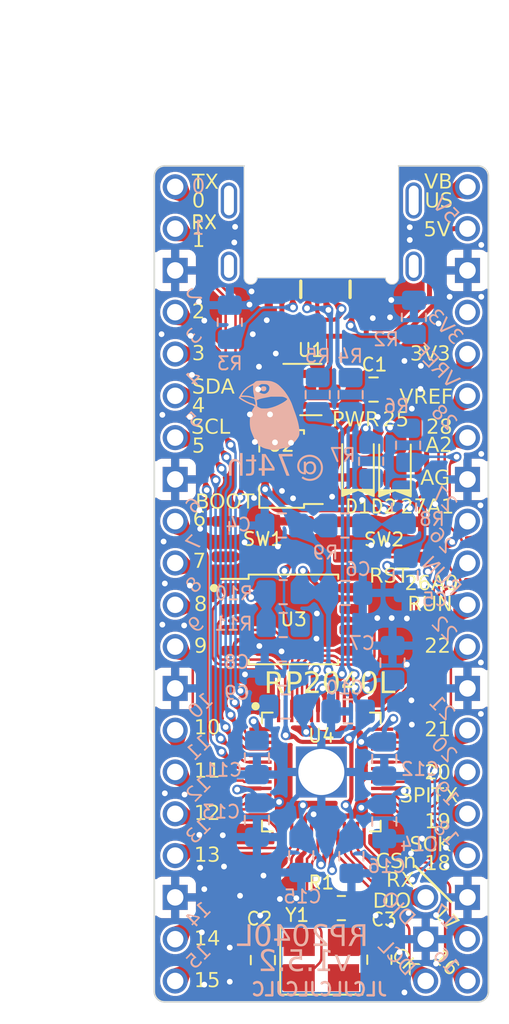
<source format=kicad_pcb>
(kicad_pcb (version 20221018) (generator pcbnew)
  (layers (0 "F.Cu" signal) (31 "B.Cu" signal) (34 "B.Paste" user) (35 "F.Paste" user) (36 "B.SilkS" user "B.Silkscreen") (37 "F.SilkS" user "F.Silkscreen") (38 "B.Mask" user) (39 "F.Mask" user) (44 "Edge.Cuts" user))
  (net 0 "")
  (net 1 "GND")
  (net 2 "+1V1")
  (net 3 "+3V3")
  (net 4 "+5V")
  (net 5 "/XIN")
  (net 6 "/GPIO0")
  (net 7 "/GPIO1")
  (net 8 "/GPIO2")
  (net 9 "/GPIO3")
  (net 10 "/GPIO4")
  (net 11 "/GPIO5")
  (net 12 "/GPIO6")
  (net 13 "/GPIO7")
  (net 14 "/GPIO8")
  (net 15 "/GPIO9")
  (net 16 "/GPIO10")
  (net 17 "/GPIO11")
  (net 18 "/GPIO12")
  (net 19 "/GPIO13")
  (net 20 "/GPIO14")
  (net 21 "/GPIO15")
  (net 22 "/GPIO16")
  (net 23 "/GPIO17")
  (net 24 "/GPIO18")
  (net 25 "/GPIO19")
  (net 26 "/GPIO20")
  (net 27 "/GPIO21")
  (net 28 "/GPIO22")
  (net 29 "/GPIO26")
  (net 30 "/GPIO27")
  (net 31 "/GPIO28")
  (net 32 "/ADC_VREF")
  (net 33 "VBUS")
  (net 34 "/SWCLK")
  (net 35 "/SWDIO")
  (net 36 "/LED")
  (net 37 "Net-(J1-D-)")
  (net 38 "Net-(J1-D+)")
  (net 39 "Net-(J1-CC1)")
  (net 40 "Net-(J1-CC2)")
  (net 41 "/USB_DM")
  (net 42 "/USB_DP")
  (net 43 "/BOOTSEL")
  (net 44 "/QSPI_SS")
  (net 45 "/XOUT")
  (net 46 "/RUN")
  (net 47 "/QSPI_SD3")
  (net 48 "/QSPI_CLK")
  (net 49 "/QSPI_SD0")
  (net 50 "/QSPI_SD2")
  (net 51 "/QSPI_SD1")
  (net 53 "Net-(C3-Pad2)")
  (net 54 "Net-(U4-ADC_AVDD)")
  (net 55 "Net-(D1-A)")
  (net 56 "Net-(U4-GPIO25)")
  (footprint "74th:Register_0805_2012" (layer "F.Cu") (at 142.1875 76.85)
    (fp_text reference "R1")
    (fp_text value "1kR" hide)
  )
  (footprint "74th:PushButton_SKRPABE010" (layer "F.Cu") (at 144.78 54.45)
    (fp_text reference "SW2")
    (fp_text value "SW_Push" hide)
  )
  (footprint "74th:PushButton_SKRPABE010" (layer "F.Cu") (at 137.414 54.425)
    (fp_text reference "SW1")
    (fp_text value "SW_Push" hide)
  )
  (footprint "74th:PinOut_SWD_3Pin" (layer "F.Cu") (at 147.32 81.28 90)
    (fp_text reference "CH2" hide)
    (fp_text value "SWD" hide)
  )
  (footprint "74th:LED_0805_2012" (layer "F.Cu") (at 143.2 49.657 90)
    (fp_text reference "D1")
    (fp_text value "RED" hide)
  )
  (footprint "74th:Package_QFN-54-1EP_7x7mm_P0.4mm_EP3.1x3.1mm_hand" (layer "F.Cu") (at 140.97 68.58)
    (fp_text reference "U4")
    (fp_text value "RP2040" hide)
  )
  (footprint "74th:Capacitor_0805_2012" (layer "F.Cu") (at 137.414 80.01 -90)
    (fp_text reference "C2")
    (fp_text value "27pF" hide)
  )
  (footprint "74th:PinOut_RaspberryPiPico" (layer "F.Cu") (at 140.97 43.18)
    (fp_text reference "CH1" hide)
    (fp_text value "RasperryPiPico PinOut" hide)
  )
  (footprint "74th:LED_0805_2012" (layer "F.Cu") (at 145.45 49.6825 90)
    (fp_text reference "D2")
    (fp_text value "BLUE" hide)
  )
  (footprint "74th:Package_SOIC-8_5.23x5.23mm_P1.27mm" (layer "F.Cu") (at 139.275 59.309)
    (fp_text reference "U3")
    (fp_text value "W25Q32JVS" hide)
  )
  (footprint "74th:Capacitor_0805_2012" (layer "F.Cu") (at 144.5 79.9875 90)
    (fp_text reference "C3")
    (fp_text value "27pF" hide)
  )
  (footprint "74th:Capacitor_0805_2012" (layer "F.Cu") (at 144.145 45.339)
    (fp_text reference "C1")
    (fp_text value "10uF" hide)
  )
  (footprint "74th:Package_SOT-23" (layer "F.Cu") (at 140.335 45.339)
    (fp_text reference "U1")
    (fp_text value "CH213K")
  )
  (footprint "74th:Connector_USB-C-Receptacle_SMT_12-Pin_MidMount_Simple" (layer "F.Cu") (at 140.97 31.75 180)
    (fp_text reference "J1" hide)
    (fp_text value "217179-0001")
    (fp_line (start -4.7 -6.8) (end -4.7 0) (stroke (width 0.05)) (layer "Edge.Cuts"))
    (fp_line (start 3.9 -6.8) (end -3.9 -6.8) (stroke (width 0.05)) (layer "Edge.Cuts"))
    (fp_line (start 4.7 -6.8) (end 4.7 0) (stroke (width 0.05)) (layer "Edge.Cuts"))
    (fp_arc (start -4.7 -6.8) (mid -4.3 -7.193079) (end -3.9 -6.8) (stroke (width 0.05)) (layer "Edge.Cuts"))
    (fp_arc (start 3.9 -6.8) (mid 4.3 -7.193079) (end 4.7 -6.8) (stroke (width 0.05)) (layer "Edge.Cuts"))
  )
  (footprint "74th:Package_SOT-89-3" (layer "F.Cu") (at 138.557 50.165 180)
    (fp_text reference "U2")
    (fp_text value "AZ1117-3.3")
  )
  (footprint "74th:Crystal_SMD_3225-4Pin_3.2x2.5mm_HandSoldering" (layer "F.Cu") (at 140.97 80.01)
    (fp_text reference "Y1")
    (fp_text value "Crystal_GND24")
  )
  (footprint "74th:Capacitor_0805_2012" (layer "B.Cu") (at 138.8125 64.6 180)
    (fp_text reference "C9")
    (fp_text value "100nF" hide)
  )
  (footprint "74th:Register_0805_2012" (layer "B.Cu") (at 142.75 45.65 -90)
    (fp_text reference "R4")
    (fp_text value "27.4R" hide)
  )
  (footprint "74th:Logo_74th_5mm" (layer "B.Cu") (at 137.922 47.117 180)
    (fp_text reference "MISC-ICON" hide)
    (fp_text value "LOGO" hide)
  )
  (footprint "74th:Capacitor_0805_2012" (layer "B.Cu") (at 137.05 71.5 -90)
    (fp_text reference "C13")
    (fp_text value "100nF" hide)
  )
  (footprint "74th:Capacitor_0805_2012" (layer "B.Cu") (at 137.05 67.7 -90)
    (fp_text reference "C11")
    (fp_text value "100nF" hide)
  )
  (footprint "74th:Capacitor_0805_2012" (layer "B.Cu") (at 138.5625 62.6 180)
    (fp_text reference "C8")
    (fp_text value "100nF" hide)
  )
  (footprint "74th:Register_0805_2012" (layer "B.Cu") (at 142.4 53.6 180)
    (fp_text reference "R9")
    (fp_text value "200R" hide)
  )
  (footprint "74th:Capacitor_0805_2012" (layer "B.Cu") (at 142.8 73.7 -90)
    (fp_text reference "C16")
    (fp_text value "100nF" hide)
  )
  (footprint "74th:Capacitor_0805_2012" (layer "B.Cu") (at 142.45 57.7)
    (fp_text reference "C6")
    (fp_text value "100nF" hide)
  )
  (footprint "74th:Register_0805_2012" (layer "B.Cu") (at 146.25 48.725 90)
    (fp_text reference "R6")
    (fp_text value "10k" hide)
  )
  (footprint "74th:Register_0805_2012" (layer "B.Cu") (at 135.4 41.25 90)
    (fp_text reference "R3")
    (fp_text value "5.1kR" hide)
  )
  (footprint "74th:Logo_JLCJLCJLCJLC" (layer "B.Cu") (at 140.843 81.788 180)
    (fp_text reference "REF**" hide)
    (fp_text value "JLCJLCJLCJLC")
  )
  (footprint "74th:Capacitor_0805_2012" (layer "B.Cu") (at 146.1 56.6375 -90)
    (fp_text reference "C5")
    (fp_text value "1uF" hide)
  )
  (footprint "74th:Capacitor_0805_2012" (layer "B.Cu") (at 145.3 61.9375 90)
    (fp_text reference "C7")
    (fp_text value "1uF" hide)
  )
  (footprint "74th:Register_0805_2012" (layer "B.Cu") (at 146 52.4875 -90)
    (fp_text reference "R8")
    (fp_text value "1R" hide)
  )
  (footprint "74th:Register_0805_2012" (layer "B.Cu") (at 144 49.7 -90)
    (fp_text reference "R7")
    (fp_text value "5.1k" hide)
  )
  (footprint "74th:Register_0805_2012" (layer "B.Cu") (at 138.65 59.65 180)
    (fp_text reference "R11")
    (fp_text value "1kR" hide)
  )
  (footprint "74th:Capacitor_0805_2012" (layer "B.Cu") (at 144.8 67.7875 -90)
    (fp_text reference "C12")
    (fp_text value "100nF" hide)
  )
  (footprint "74th:Capacitor_0805_2012" (layer "B.Cu") (at 144.8 71.5875 -90)
    (fp_text reference "C14")
    (fp_text value "100nF" hide)
  )
  (footprint "74th:Capacitor_0805_2012" (layer "B.Cu") (at 138.5625 53.6 180)
    (fp_text reference "C4")
    (fp_text value "10uF" hide)
  )
  (footprint "74th:Logo_74th_text" (layer "B.Cu") (at 139.192 50.038 180)
    (fp_text reference "MISC-ACCOUNTTEXT" hide)
    (fp_text value "Logo_74th_text" hide)
  )
  (footprint "74th:Capacitor_0805_2012" (layer "B.Cu") (at 142.6 64.9 180)
    (fp_text reference "C10")
    (fp_text value "1uF" hide)
  )
  (footprint "74th:Register_0805_2012" (layer "B.Cu") (at 146.6 40.95 90)
    (fp_text reference "R2")
    (fp_text value "5.1kR" hide)
  )
  (footprint "74th:Register_0805_2012" (layer "B.Cu") (at 140.75 45.65 -90)
    (fp_text reference "R5")
    (fp_text value "27.4R" hide)
  )
  (footprint "74th:Capacitor_0805_2012" (layer "B.Cu") (at 139.75 73.65 -90)
    (fp_text reference "C15")
    (fp_text value "100nF" hide)
  )
  (footprint "74th:Register_0805_2012" (layer "B.Cu") (at 138.65 57.65)
    (fp_text reference "R10")
    (fp_text value "10kR" hide)
  )
  (gr_line (start 146.685 74.295) (end 148.867441 76.477441) (stroke (width 0.15)) (layer "F.SilkS"))
  (gr_line (start 150.495 31.75) (end 145.67 31.75) (stroke (width 0.1)) (layer "Edge.Cuts"))
  (gr_line (start 151.13 32.385) (end 151.13 81.915) (stroke (width 0.1)) (layer "Edge.Cuts"))
  (gr_arc (start 130.81 32.385) (mid 130.995987 31.935987) (end 131.445 31.75) (stroke (width 0.1)) (layer "Edge.Cuts"))
  (gr_line (start 130.81 32.385) (end 130.81 81.915) (stroke (width 0.1)) (layer "Edge.Cuts"))
  (gr_arc (start 150.495 31.75) (mid 150.944013 31.935987) (end 151.13 32.385) (stroke (width 0.1)) (layer "Edge.Cuts"))
  (gr_arc (start 131.445 82.55) (mid 130.995987 82.364013) (end 130.81 81.915) (stroke (width 0.1)) (layer "Edge.Cuts"))
  (gr_arc (start 151.13 81.915) (mid 150.944013 82.364013) (end 150.495 82.55) (stroke (width 0.1)) (layer "Edge.Cuts"))
  (gr_line (start 131.445 31.75) (end 136.27 31.75) (stroke (width 0.1)) (layer "Edge.Cuts"))
  (gr_line (start 131.445 82.55) (end 150.495 82.55) (stroke (width 0.1)) (layer "Edge.Cuts"))
  (gr_text "VREF" (at 149.098 45.085 315) (layer "B.SilkS") (effects (font (size 0.9 0.9) (thickness 0.12)) (justify left mirror)))
  (gr_text "12" (at 132.969 70.231 45) (layer "B.SilkS") (effects (font (size 0.9 0.9) (thickness 0.12)) (justify right mirror)))
  (gr_text "5" (at 132.969 47.498 45) (layer "B.SilkS") (effects (font (size 0.9 0.9) (thickness 0.12)) (justify right mirror)))
  (gr_text "21" (at 148.844 65.278 315) (layer "B.SilkS") (effects (font (size 0.9 0.9) (thickness 0.12)) (justify left mirror)))
  (gr_text "17" (at 148.971 77.978 315) (layer "B.SilkS") (effects (font (size 0.9 0.9) (thickness 0.12)) (justify left mirror)))
  (gr_text "v1.5.2" (at 139.954 80.899) (layer "B.SilkS") (effects (font (size 1.3 1.3) (thickness 0.12)) (justify bottom mirror)))
  (gr_text "3" (at 132.969 42.418 45) (layer "B.SilkS") (effects (font (size 0.9 0.9) (thickness 0.12)) (justify right mirror)))
  (gr_text "28" (at 148.971 47.625 315) (layer "B.SilkS") (effects (font (size 0.9 0.9) (thickness 0.12)) (justify left mirror)))
  (gr_text "2" (at 132.969 40.005 45) (layer "B.SilkS") (effects (font (size 0.9 0.9) (thickness 0.12)) (justify right mirror)))
  (gr_text "DCL" (at 146.431 80.772 315) (layer "B.SilkS") (effects (font (size 0.9 0.9) (thickness 0.12)) (justify left mirror)))
  (gr_text "10" (at 133.096 65.151 45) (layer "B.SilkS") (effects (font (size 0.9 0.9) (thickness 0.12)) (justify right mirror)))
  (gr_text "15" (at 132.969 80.391 45) (layer "B.SilkS") (effects (font (size 0.9 0.9) (thickness 0.12)) (justify right mirror)))
  (gr_text "26" (at 148.844 55.118 315) (layer "B.SilkS") (effects (font (size 0.9 0.9) (thickness 0.12)) (justify left mirror)))
  (gr_text "27" (at 148.971 52.578 315) (layer "B.SilkS") (effects (font (size 0.9 0.9) (thickness 0.12)) (justify left mirror)))
  (gr_text "14" (at 132.969 77.851 45) (layer "B.SilkS") (effects (font (size 0.9 0.9) (thickness 0.12)) (justify right mirror)))
  (gr_text "18" (at 149.098 72.898 315) (layer "B.SilkS") (effects (font (size 0.9 0.9) (thickness 0.12)) (justify left mirror)))
  (gr_text "RUN" (at 149.225 57.658 315) (layer "B.SilkS") (effects (font (size 0.9 0.9) (thickness 0.12)) (justify left mirror)))
  (gr_text "4" (at 132.969 44.958 45) (layer "B.SilkS") (effects (font (size 0.9 0.9) (thickness 0.12)) (justify right mirror)))
  (gr_text "0" (at 133.096 33.02) (layer "B.SilkS") (effects (font (size 0.9 0.9) (thickness 0.12)) (justify right mirror)))
  (gr_text "6" (at 132.969 52.705 45) (layer "B.SilkS") (effects (font (size 0.9 0.9) (thickness 0.12)) (justify right mirror)))
  (gr_text "RP2040L" (at 139.827 79.375) (layer "B.SilkS") (effects (font (size 1.3 1.3) (thickness 0.12)) (justify bottom mirror)))
  (gr_text "1" (at 133.096 35.56) (layer "B.SilkS") (effects (font (size 0.9 0.9) (thickness 0.12)) (justify right mirror)))
  (gr_text "16" (at 149.098 80.645 315) (layer "B.SilkS") (effects (font (size 0.9 0.9) (thickness 0.12)) (justify left mirror)))
  (gr_text "19" (at 149.098 70.485 315) (layer "B.SilkS") (effects (font (size 0.9 0.9) (thickness 0.12)) (justify left mirror)))
  (gr_text "5V" (at 149.098 35.052 315) (layer "B.SilkS") (effects (font (size 0.9 0.9) (thickness 0.12)) (justify left mirror)))
  (gr_text "22" (at 148.971 60.452 315) (layer "B.SilkS") (effects (font (size 0.9 0.9) (thickness 0.12)) (justify left mirror)))
  (gr_text "8" (at 132.969 57.531 45) (layer "B.SilkS") (effects (font (size 0.9 0.9) (thickness 0.12)) (justify right mirror)))
  (gr_text "20\n" (at 148.971 67.818 315) (layer "B.SilkS") (effects (font (size 0.9 0.9) (thickness 0.12)) (justify left mirror)))
  (gr_text "DIO" (at 146.431 77.724 315) (layer "B.SilkS") (effects (font (size 0.9 0.9) (thickness 0.12)) (justify left mirror)))
  (gr_text "11" (at 132.969 67.691 45) (layer "B.SilkS") (effects (font (size 0.9 0.9) (thickness 0.12)) (justify right mirror)))
  (gr_text "13" (at 132.969 72.771 45) (layer "B.SilkS") (effects (font (size 0.9 0.9) (thickness 0.12)) (justify right mirror)))
  (gr_text "3V3" (at 149.352 42.418 315) (layer "B.SilkS") (effects (font (size 0.9 0.9) (thickness 0.12)) (justify left mirror)))
  (gr_text "9" (at 133.096 59.944 45) (layer "B.SilkS") (effects (font (size 0.9 0.9) (thickness 0.12)) (justify right mirror)))
  (gr_text "7" (at 132.969 54.991 45) (layer "B.SilkS") (effects (font (size 0.9 0.9) (thickness 0.12)) (justify right mirror)))
  (gr_text "22" (at 148.844 60.96) (layer "F.SilkS") (effects (font (size 0.9 0.9) (thickness 0.12)) (justify right)))
  (gr_text "VB" (at 148.95 32.75) (layer "F.SilkS") (effects (font (size 0.9 0.9) (thickness 0.12)) (justify right)))
  (gr_text "SCK" (at 148.844 73.025) (layer "F.SilkS") (effects (font (size 0.9 0.9) (thickness 0.12)) (justify right)))
  (gr_text "RX" (at 132.969 35.179) (layer "F.SilkS") (effects (font (size 0.8 0.8) (thickness 0.12)) (justify left)))
  (gr_text "0" (at 133.1 33.9) (layer "F.SilkS") (effects (font (size 0.9 0.9) (thickness 0.12)) (justify left)))
  (gr_text "3V3" (at 148.825 43.2) (layer "F.SilkS") (effects (font (size 0.9 0.9) (thickness 0.12)) (justify right)))
  (gr_text "SCL" (at 133.05 47.65) (layer "F.SilkS") (effects (font (size 0.9 0.9) (thickness 0.12)) (justify left)))
  (gr_text "10" (at 133.223 65.913) (layer "F.SilkS") (effects (font (size 0.9 0.9) (thickness 0.12)) (justify left)))
  (gr_text "SPITX" (at 149.3 70.05) (layer "F.SilkS") (effects (font (size 0.9 0.9) (thickness 0.12)) (justify right)))
  (gr_text "CSn" (at 144.272 74.041) (layer "F.SilkS") (effects (font (size 0.9 0.9) (thickness 0.12)) (justify left)))
  (gr_text "SDA" (at 133.096 45.212) (layer "F.SilkS") (effects (font (size 0.9 0.9) (thickness 0.12)) (justify left)))
  (gr_text "US" (at 148.971 33.9) (layer "F.SilkS") (effects (font (size 0.9 0.9) (thickness 0.12)) (justify right)))
  (gr_text "VREF" (at 148.971 45.825) (layer "F.SilkS") (effects (font (size 0.9 0.9) (thickness 0.12)) (justify right)))
  (gr_text "1" (at 133.1 36.3) (layer "F.SilkS") (effects (font (size 0.9 0.9) (thickness 0.12)) (justify left)))
  (gr_text "17" (at 149.1 78.05 315) (layer "F.SilkS") (effects (font (size 0.9 0.9) (thickness 0.12)) (justify right)))
  (gr_text "13" (at 133.223 73.66) (layer "F.SilkS") (effects (font (size 0.9 0.9) (thickness 0.12)) (justify left)))
  (gr_text "3" (at 133.096 43.18) (layer "F.SilkS") (effects (font (size 0.9 0.9) (thickness 0.12)) (justify left)))
  (gr_text "DIO" (at 146.431 76.454) (layer "F.SilkS") (effects (font (size 0.9 0.9) (thickness 0.12)) (justify right)))
  (gr_text "5V" (at 148.85 35.65) (layer "F.SilkS") (effects (font (size 0.9 0.9) (thickness 0.12)) (justify right)))
  (gr_text "RX" (at 144.907 75.184) (layer "F.SilkS") (effects (font (size 0.9 0.9) (thickness 0.12)) (justify left)))
  (gr_text "25" (at 146.3 47.2) (layer "F.SilkS") (effects (font (size 0.9 0.9) (thickness 0.12)) (justify right)))
  (gr_text "15" (at 133.223 81.28) (layer "F.SilkS") (effects (font (size 0.9 0.9) (thickness 0.12)) (justify left)))
  (gr_text "RUN" (at 148.95 58.42) (layer "F.SilkS") (effects (font (size 0.9 0.9) (thickness 0.12)) (justify right)))
  (gr_text "8" (at 133.223 58.42) (layer "F.SilkS") (effects (font (size 0.9 0.9) (thickness 0.12)) (justify left)))
  (gr_text "19" (at 148.844 71.628) (layer "F.SilkS") (effects (font (size 0.9 0.9) (thickness 0.12)) (justify right)))
  (gr_text "5" (at 133.1 48.8) (layer "F.SilkS") (effects (font (size 0.9 0.9) (thickness 0.12)) (justify left)))
  (gr_text "11" (at 133.223 68.55) (layer "F.SilkS") (effects (font (size 0.9 0.9) (thickness 0.12)) (justify left)))
  (gr_text "4" (at 133.1 46.35) (layer "F.SilkS") (effects (font (size 0.9 0.9) (thickness 0.12)) (justify left)))
  (gr_text "27A1" (at 149.05 52.5) (layer "F.SilkS") (effects (font (size 0.9 0.9) (thickness 0.12)) (justify right)))
  (gr_text "AG" (at 148.8 50.75) (layer "F.SilkS") (effects (font (size 0.9 0.9) (thickness 0.12)) (justify right)))
  (gr_text "28" (at 148.95 47.65) (layer "F.SilkS") (effects (font (size 0.9 0.9) (thickness 0.12)) (justify right)))
  (gr_text "7\n" (at 133.15 55.8) (layer "F.SilkS") (effects (font (size 0.9 0.9) (thickness 0.12)) (justify left)))
  (gr_text "12" (at 133.223 71.12) (layer "F.SilkS") (effects (font (size 0.9 0.9) (thickness 0.12)) (justify left)))
  (gr_text "20" (at 148.844 68.65) (layer "F.SilkS") (effects (font (size 0.9 0.9) (thickness 0.12)) (justify right)))
  (gr_text "9" (at 133.223 60.96) (layer "F.SilkS") (effects (font (size 0.9 0.9) (thickness 0.12)) (justify left)))
  (gr_text "A2" (at 148.95 48.75) (layer "F.SilkS") (effects (font (size 0.9 0.9) (thickness 0.12)) (justify right)))
  (gr_text "18" (at 148.844 74.168) (layer "F.SilkS") (effects (font (size 0.9 0.9) (thickness 0.12)) (justify right)))
  (gr_text "6" (at 133.15 53.25) (layer "F.SilkS") (effects (font (size 0.9 0.9) (thickness 0.12)) (justify left)))
  (gr_text "21" (at 148.844 66.04) (layer "F.SilkS") (effects (font (size 0.9 0.9) (thickness 0.12)) (justify right)))
  (gr_text "14" (at 133.223 78.74) (layer "F.SilkS") (effects (font (size 0.9 0.9) (thickness 0.12)) (justify left)))
  (gr_text "PWR" (at 144.5 47.2) (layer "F.SilkS") (effects (font (size 0.9 0.9) (thickness 0.12)) (justify right)))
  (gr_text "2" (at 133.096 40.64) (layer "F.SilkS") (effects (font (size 0.9 0.9) (thickness 0.12)) (justify left)))
  (gr_text "26A0" (at 149.3 57.15) (layer "F.SilkS") (effects (font (size 0.9 0.9) (thickness 0.12)) (justify right)))
  (gr_text "CK" (at 146.65 80.7 315) (layer "F.SilkS") (effects (font (size 0.9 0.9) (thickness 0.12)) (justify right)))
  (gr_text "TX" (at 133.096 32.766) (layer "F.SilkS") (effects (font (size 0.9 0.9) (thickness 0.12)) (justify left)))
  (gr_text "RP2040L" (at 141.478 64.008) (layer "F.SilkS") (effects (font (size 1.3 1.3) (thickness 0.12)) (justify bottom)))
  (gr_text "16" (at 149.098 80.772 315) (layer "F.SilkS") (effects (font (size 0.9 0.9) (thickness 0.12)) (justify right)))
  (segment (start 142.032 51.85) (end 143.2 50.682) (width 0.25) (layer "F.Cu") (net 1))
  (segment (start 139.97 72.28) (end 139.97 73.272893) (width 0.25) (layer "F.Cu") (net 1))
  (segment (start 142.32 82.02) (end 142.32 81.085) (width 0.25) (layer "F.Cu") (net 1))
  (segment (start 139.453553 76.246447) (end 139.45 76.25) (width 0.25) (layer "F.Cu") (net 1))
  (segment (start 139.97 71.537107) (end 139.97 72.28) (width 0.25) (layer "F.Cu") (net 1))
  (segment (start 145.442893 82.35) (end 142.857107 82.35) (width 0.25) (layer "F.Cu") (net 1))
  (segment (start 141.757893 82.375) (end 136.657107 82.375) (width 0.25) (layer "F.Cu") (net 1))
  (segment (start 142.32 82.02) (end 142.111446 82.228554) (width 0.25) (layer "F.Cu") (net 1))
  (segment (start 139.25 51.95) (end 139.388554 51.811446) (width 0.25) (layer "F.Cu") (net 1))
  (segment (start 139.742107 51.665) (end 140.507 51.665) (width 0.25) (layer "F.Cu") (net 1))
  (segment (start 140.507 51.665) (end 141.157893 51.665) (width 0.25) (layer "F.Cu") (net 1))
  (segment (start 141.55 51.85) (end 141.625 51.85) (width 0.25) (layer "F.Cu") (net 1))
  (segment (start 146.025 81.975) (end 145.796446 82.203554) (width 0.25) (layer "F.Cu") (net 1))
  (segment (start 140.5 71.15) (end 140.15 71.15) (width 0.25) (layer "F.Cu") (net 1))
  (segment (start 141.625 51.85) (end 141.625 51.925) (width 0.25) (layer "F.Cu") (net 1))
  (segment (start 136.303553 82.228553) (end 135.4 81.325) (width 0.25) (layer "F.Cu") (net 1))
  (segment (start 135.875 60.575) (end 136.642893 60.575) (width 0.25) (layer "F.Cu") (net 1))
  (segment (start 135.821447 60.628553) (end 135.875 60.575) (width 0.25) (layer "F.Cu") (net 1))
  (segment (start 135.675 61.214) (end 135.675 60.982107) (width 0.25) (layer "F.Cu") (net 1))
  (segment (start 140.15 71.15) (end 140.116446 71.183554) (width 0.25) (layer "F.Cu") (net 1))
  (segment (start 141.511447 51.811447) (end 141.55 51.85) (width 0.25) (layer "F.Cu") (net 1))
  (segment (start 139.6 74.057107) (end 139.6 75.892893) (width 0.25) (layer "F.Cu") (net 1))
  (segment (start 139.823553 73.626447) (end 139.746446 73.703554) (width 0.25) (layer "F.Cu") (net 1))
  (segment (start 142.503553 82.203553) (end 142.32 82.02) (width 0.25) (layer "F.Cu") (net 1))
  (segment (start 141.625 51.85) (end 142.032 51.85) (width 0.25) (layer "F.Cu") (net 1))
  (segment (start 136.996447 60.721447) (end 137.2 60.925) (width 0.25) (layer "F.Cu") (net 1))
  (via (at 131.3 59.625) (size 0.6) (drill 0.35) (layers "F.Cu" "B.Cu") (net 1))
  (via (at 133.525 40) (size 0.6) (drill 0.35) (layers "F.Cu" "B.Cu") (net 1))
  (via (at 146.175 62.05) (size 0.6) (drill 0.35) (layers "F.Cu" "B.Cu") (net 1))
  (via (at 134.975 72.425) (size 0.6) (drill 0.35) (layers "F.Cu" "B.Cu") (net 1))
  (via (at 136.725 39.375) (size 0.6) (drill 0.35) (layers "F.Cu" "B.Cu") (net 1))
  (via (at 140.675 60.475) (size 0.6) (drill 0.35) (layers "F.Cu" "B.Cu") (net 1))
  (via (at 133.025 42.075) (size 0.6) (drill 0.35) (layers "F.Cu" "B.Cu") (net 1))
  (via (at 150.7 39.7) (size 0.6) (drill 0.35) (layers "F.Cu" "B.Cu") (net 1))
  (via (at 133.6 53.8) (size 0.6) (drill 0.35) (layers "F.Cu" "B.Cu") (net 1))
  (via (at 150.7 49.25) (size 0.6) (drill 0.35) (layers "F.Cu" "B.Cu") (net 1))
  (via (at 150.675 65.05) (size 0.6) (drill 0.35) (layers "F.Cu" "B.Cu") (net 1))
  (via (at 132.975 57.25) (size 0.6) (drill 0.35) (layers "F.Cu" "B.Cu") (net 1))
  (via (at 146.475 65.7) (size 0.6) (drill 0.35) (layers "F.Cu" "B.Cu") (net 1))
  (via (at 136.8 41.975) (size 0.6) (drill 0.35) (layers "F.Cu" "B.Cu") (net 1))
  (via (at 132.65 69.95) (size 0.6) (drill 0.35) (layers "F.Cu" "B.Cu") (net 1))
  (via (at 146.475 46.5) (size 0.6) (drill 0.35) (layers "F.Cu" "B.Cu") (net 1))
  (via (at 141.625 51.85) (size 0.6) (drill 0.35) (layers "F.Cu" "B.Cu") (net 1))
  (via (at 137.175 43.95) (size 0.6) (drill 0.35) (layers "F.Cu" "B.Cu") (net 1))
  (via (at 150.675 61.925) (size 0.6) (drill 0.35) (layers "F.Cu" "B.Cu") (net 1))
  (via (at 145.225 39.9) (size 0.6) (drill 0.35) (layers "F.Cu" "B.Cu") (net 1))
  (via (at 150.7 36.55) (size 0.6) (drill 0.35) (layers "F.Cu" "B.Cu") (net 1))
  (via (at 139.125 48.575) (size 0.6) (drill 0.35) (layers "F.Cu" "B.Cu") (net 1))
  (via (at 146.35 35.475) (size 0.6) (drill 0.35) (layers "F.Cu" "B.Cu") (net 1))
  (via (at 133.85 75.7) (size 0.6) (drill 0.35) (layers "F.Cu" "B.Cu") (net 1))
  (via (at 136.6 40.175) (size 0.6) (drill 0.35) (layers "F.Cu" "B.Cu") (net 1))
  (via (at 131.25 41.975) (size 0.6) (drill 0.35) (layers "F.Cu" "B.Cu") (net 1))
  (via (at 148.55 73.175) (size 0.6) (drill 0.35) (layers "F.Cu" "B.Cu") (net 1))
  (via (at 136.3 54.625) (size 0.6) (drill 0.35) (layers "F.Cu" "B.Cu") (net 1))
  (via (at 146.425 73.525) (size 0.6) (drill 0.35) (layers "F.Cu" "B.Cu") (net 1))
  (via (at 144 54.8) (size 0.6) (drill 0.35) (layers "F.Cu" "B.Cu") (net 1))
  (via (at 148.775 39.7) (size 0.6) (drill 0.35) (layers "F.Cu" "B.Cu") (net 1))
  (via (at 135.4 79.25) (size 0.6) (drill 0.35) (layers "F.Cu" "B.Cu") (net 1))
  (via (at 138.325 54.875) (size 0.6) (drill 0.35) (layers "F.Cu" "B.Cu") (net 1))
  (via (at 150.65 52.375) (size 0.6) (drill 0.35) (layers "F.Cu" "B.Cu") (net 1))
  (via (at 144.1 41) (size 0.6) (drill 0.35) (layers "F.Cu" "B.Cu") (net 1))
  (via (at 140.7 58.95) (size 0.6) (drill 0.35) (layers "F.Cu" "B.Cu") (net 1))
  (via (at 138.575 51.5) (size 0.6) (drill 0.35) (layers "F.Cu" "B.Cu") (net 1))
  (via (at 147.95 77.275) (size 0.6) (drill 0.35) (layers "F.Cu" "B.Cu") (net 1))
  (via (at 138.45 76.3) (size 0.6) (drill 0.35) (layers "F.Cu" "B.Cu") (net 1))
  (via (at 133.55 72.4) (size 0.6) (drill 0.35) (layers "F.Cu" "B.Cu") (net 1))
  (via (at 145.225 77.9) (size 0.6) (drill 0.35) (layers "F.Cu" "B.Cu") (net 1))
  (via (at 132.975 47) (size 0.6) (drill 0.35) (layers "F.Cu" "B.Cu") (net 1))
  (via (at 133.1 44.45) (size 0.6) (drill 0.35) (layers "F.Cu" "B.Cu") (net 1))
  (via (at 133.85 41.15) (size 0.6) (drill 0.35) (layers "F.Cu" "B.Cu") (net 1))
  (via (at 139.45 76.25) (size 0.6) (drill 0.35) (layers "F.Cu" "B.Cu") (net 1))
  (via (at 133.85 81.5) (size 0.6) (drill 0.35) (layers "F.Cu" "B.Cu") (net 1))
  (via (at 148.1 41.325) (size 0.6) (drill 0.35) (layers "F.Cu" "B.Cu") (net 1))
  (via (at 137.45 74.875) (size 0.6) (drill 0.35) (layers "F.Cu" "B.Cu") (net 1))
  (via (at 137.125 45.325) (size 0.6) (drill 0.35) (layers "F.Cu" "B.Cu") (net 1))
  (via (at 135.4 81.325) (size 0.6) (drill 0.35) (layers "F.Cu" "B.Cu") (net 1))
  (via (at 147.95 80.225) (size 0.6) (drill 0.35) (layers "F.Cu" "B.Cu") (net 1))
  (via (at 133.6 74.4) (size 0.6) (drill 0.35) (layers "F.Cu" "B.Cu") (net 1))
  (via (at 146.35 36.25) (size 0.6) (drill 0.35) (layers "F.Cu" "B.Cu") (net 1))
  (via (at 136.925 48.525) (size 0.6) (drill 0.35) (layers "F.Cu" "B.Cu") (net 1))
  (via (at 131.375 54.575) (size 0.6) (drill 0.35) (layers "F.Cu" "B.Cu") (net 1))
  (via (at 135.05 74.325) (size 0.6) (drill 0.35) (layers "F.Cu" "B.Cu") (net 1))
  (via (at 148.575 74.3) (size 0.6) (drill 0.35) (layers "F.Cu" "B.Cu") (net 1))
  (via (at 135.675 36.4) (size 0.6) (drill 0.35) (layers "F.Cu" "B.Cu") (net 1))
  (via (at 137.65 41.125) (size 0.6) (drill 0.35) (layers "F.Cu" "B.Cu") (net 1))
  (via (at 138.15 48.55) (size 0.6) (drill 0.35) (layers "F.Cu" "B.Cu") (net 1))
  (via (at 146.025 81.975) (size 0.6) (drill 0.35) (layers "F.Cu" "B.Cu") (net 1))
  (via (at 145.725 79.525) (size 0.6) (drill 0.35) (layers "F.Cu" "B.Cu") (net 1))
  (via (at 131.45 69.875) (size 0.6) (drill 0.35) (layers "F.Cu" "B.Cu") (net 1))
  (via (at 143.8 62.625) (size 0.6) (drill 0.35) (layers "F.Cu" "B.Cu") (net 1))
  (via (at 133.7 78.325) (size 0.6) (drill 0.35) (layers "F.Cu" "B.Cu") (net 1))
  (via (at 131.3 46.875) (size 0.6) (drill 0.35) (layers "F.Cu" "B.Cu") (net 1))
  (via (at 146.275 77.15) (size 0.6) (drill 0.35) (layers "F.Cu" "B.Cu") (net 1))
  (via (at 136.325 62.65) (size 0.6) (drill 0.35) (layers "F.Cu" "B.Cu") (net 1))
  (via (at 145.25 59.225) (size 0.6) (drill 0.35) (layers "F.Cu" "B.Cu") (net 1))
  (via (at 147.025 43.9) (size 0.6) (drill 0.35) (layers "F.Cu" "B.Cu") (net 1))
  (via (at 144.275 77.3) (size 0.6) (drill 0.35) (layers "F.Cu" "B.Cu") (net 1))
  (via (at 136.625 46.85) (size 0.6) (drill 0.35) (layers "F.Cu" "B.Cu") (net 1))
  (via (at 136.875 51.925) (size 0.6) (drill 0.35) (layers "F.Cu" "B.Cu") (net 1))
  (via (at 131.45 57.125) (size 0.6) (drill 0.35) (layers "F.Cu" "B.Cu") (net 1))
  (via (at 147 45.3) (size 0.6) (drill 0.35) (layers "F.Cu" "B.Cu") (net 1))
  (via (at 143.45 52.05) (size 0.6) (drill 0.35) (layers "F.Cu" "B.Cu") (net 1))
  (via (at 137.25 77.3) (size 0.6) (drill 0.35) (layers "F.Cu" "B.Cu") (net 1))
  (via (at 139.25 51.95) (size 0.6) (drill 0.35) (layers "F.Cu" "B.Cu") (net 1))
  (via (at 135.725 35.45) (size 0.6) (drill 0.35) (layers "F.Cu" "B.Cu") (net 1))
  (via (at 145.15 40.95) (size 0.6) (drill 0.35) (layers "F.Cu" "B.Cu") (net 1))
  (via (at 140.5 71.15) (size 0.6) (drill 0.35) (layers "F.Cu" "B.Cu") (net 1))
  (via (at 146.025 43.6) (size 0.6) (drill 0.35) (layers "F.Cu" "B.Cu") (net 1))
  (via (at 133.55 52.675) (size 0.6) (drill 0.35) (layers "F.Cu" "B.Cu") (net 1))
  (via (at 144.4 47) (size 0.6) (drill 0.35) (layers "F.Cu" "B.Cu") (net 1))
  (via (at 132.625 59.675) (size 0.6) (drill 0.35) (layers "F.Cu" "B.Cu") (net 1))
  (via (at 138.55 61.25) (size 0.6) (drill 0.35) (layers "F.Cu" "B.Cu") (net 1))
  (via (at 146.45 64.225) (size 0.6) (drill 0.35) (layers "F.Cu" "B.Cu") (net 1))
  (via (at 147.9 52.3) (size 0.6) (drill 0.35) (layers "F.Cu" "B.Cu") (net 1))
  (via (at 146.175 59.25) (size 0.6) (drill 0.35) (layers "F.Cu" "B.Cu") (net 1))
  (via (at 144.375 59.225) (size 0.6) (drill 0.35) (layers "F.Cu" "B.Cu") (net 1))
  (via (at 138.2 43.15) (size 0.6) (drill 0.35) (layers "F.Cu" "B.Cu") (net 1))
  (via (at 137.2 60.925) (size 0.6) (drill 0.35) (layers "F.Cu" "B.Cu") (net 1))
  (via (at 137.85 46.85) (size 0.6) (drill 0.35) (layers "F.Cu" "B.Cu") (net 1))
  (via (at 136.025 76.1) (size 0.6) (drill 0.35) (layers "F.Cu" "B.Cu") (net 1))
  (via (at 145 54.775) (size 0.6) (drill 0.35) (layers "F.Cu" "B.Cu") (net 1))
  (via (at 147.1 72.625) (size 0.6) (drill 0.35) (layers "F.Cu" "B.Cu") (net 1))
  (arc (start 136.657107 82.375) (mid 136.465765 82.33694) (end 136.303553 82.228553) (width 0.25) (layer "F.Cu") (net 1))
  (arc (start 139.746446 73.703554) (mid 139.63806 73.865766) (end 139.6 74.057107) (width 0.25) (layer "F.Cu") (net 1))
  (arc (start 141.157893 51.665) (mid 141.349235 51.70306) (end 141.511447 51.811447) (width 0.25) (layer "F.Cu") (net 1))
  (arc (start 145.442893 82.35) (mid 145.634234 82.31194) (end 145.796446 82.203554) (width 0.25) (layer "F.Cu") (net 1))
  (arc (start 139.453553 76.246447) (mid 139.56194 76.084235) (end 139.6 75.892893) (width 0.25) (layer "F.Cu") (net 1))
  (arc (start 139.97 71.537107) (mid 140.00806 71.345766) (end 140.116446 71.183554) (width 0.25) (layer "F.Cu") (net 1))
  (arc (start 135.821447 60.628553) (mid 135.71306 60.790765) (end 135.675 60.982107) (width 0.25) (layer "F.Cu") (net 1))
  (arc (start 139.742107 51.665) (mid 139.550766 51.70306) (end 139.388554 51.811446) (width 0.25) (layer "F.Cu") (net 1))
  (arc (start 141.757893 82.375) (mid 141.949234 82.33694) (end 142.111446 82.228554) (width 0.25) (layer "F.Cu") (net 1))
  (arc (start 142.857107 82.35) (mid 142.665765 82.31194) (end 142.503553 82.203553) (width 0.25) (layer "F.Cu") (net 1))
  (arc (start 136.996447 60.721447) (mid 136.834235 60.61306) (end 136.642893 60.575) (width 0.25) (layer "F.Cu") (net 1))
  (arc (start 139.97 73.272893) (mid 139.93194 73.464235) (end 139.823553 73.626447) (width 0.25) (layer "F.Cu") (net 1))
  (segment (start 139.15 70.607107) (end 139.15 70.85) (width 0.3) (layer "B.Cu") (net 1))
  (segment (start 140.97 68.58) (end 139.296446 70.253554) (width 0.3) (layer "B.Cu") (net 1))
  (arc (start 139.15 70.607107) (mid 139.18806 70.415766) (end 139.296446 70.253554) (width 0.3) (layer "B.Cu") (net 1))
  (segment (start 142.916447 63.533553) (end 143 63.45) (width 0.25) (layer "F.Cu") (net 2))
  (segment (start 139.503553 66.603553) (end 139.396446 66.496446) (width 0.25) (layer "F.Cu") (net 2))
  (segment (start 142.77 64.3) (end 142.77 63.887107) (width 0.25) (layer "F.Cu") (net 2))
  (segment (start 142.8 66.907107) (end 142.8 70.042893) (width 0.25) (layer "F.Cu") (net 2))
  (segment (start 139.042893 66.35) (end 138.8 66.35) (width 0.25) (layer "F.Cu") (net 2))
  (segment (start 142.653553 70.396447) (end 142.45 70.6) (width 0.25) (layer "F.Cu") (net 2))
  (segment (start 142.65 66.55) (end 142.653554 66.553554) (width 0.25) (layer "F.Cu") (net 2))
  (segment (start 142.77 64.88) (end 142.77 64.3) (width 0.25) (layer "F.Cu") (net 2))
  (segment (start 141.625 74.55) (end 141.57 74.495) (width 0.25) (layer "F.Cu") (net 2))
  (segment (start 140.77 64.257869) (end 140.77 64.88) (width 0.25) (layer "F.Cu") (net 2))
  (segment (start 142.242893 66.75) (end 139.857107 66.75) (width 0.25) (layer "F.Cu") (net 2))
  (segment (start 140.45 62.757107) (end 140.45 63.523655) (width 0.25) (layer "F.Cu") (net 2))
  (segment (start 140.65 62.35) (end 140.596446 62.403554) (width 0.25) (layer "F.Cu") (net 2))
  (segment (start 142.65 66.55) (end 142.596446 66.603554) (width 0.25) (layer "F.Cu") (net 2))
  (segment (start 140.596447 63.877209) (end 140.623554 63.904316) (width 0.25) (layer "F.Cu") (net 2))
  (segment (start 141.57 74.495) (end 141.57 72.28) (width 0.25) (layer "F.Cu") (net 2))
  (via (at 143 63.45) (size 0.6) (drill 0.35) (layers "F.Cu" "B.Cu") (net 2))
  (via (at 142.65 66.55) (size 0.6) (drill 0.35) (layers "F.Cu" "B.Cu") (net 2))
  (via (at 142.45 70.6) (size 0.6) (drill 0.35) (layers "F.Cu" "B.Cu") (net 2))
  (via (at 140.65 62.35) (size 0.6) (drill 0.35) (layers "F.Cu" "B.Cu") (net 2))
  (via (at 138.8 66.35) (size 0.6) (drill 0.35) (layers "F.Cu" "B.Cu") (net 2))
  (via (at 141.625 74.55) (size 0.6) (drill 0.35) (layers "F.Cu" "B.Cu") (net 2))
  (arc (start 142.916447 63.533553) (mid 142.80806 63.695765) (end 142.77 63.887107) (width 0.25) (layer "F.Cu") (net 2))
  (arc (start 140.596446 62.403554) (mid 140.48806 62.565766) (end 140.45 62.757107) (width 0.25) (layer "F.Cu") (net 2))
  (arc (start 142.596446 66.603554) (mid 142.434234 66.71194) (end 142.242893 66.75) (width 0.25) (layer "F.Cu") (net 2))
  (arc (start 142.653553 70.396447) (mid 142.76194 70.234235) (end 142.8 70.042893) (width 0.25) (layer "F.Cu") (net 2))
  (arc (start 142.8 66.907107) (mid 142.76194 66.715766) (end 142.653554 66.553554) (width 0.25) (layer "F.Cu") (net 2))
  (arc (start 139.857107 66.75) (mid 139.665765 66.71194) (end 139.503553 66.603553) (width 0.25) (layer "F.Cu") (net 2))
  (arc (start 139.396446 66.496446) (mid 139.234234 66.38806) (end 139.042893 66.35) (width 0.25) (layer "F.Cu") (net 2))
  (arc (start 140.623554 63.904316) (mid 140.73194 64.066528) (end 140.77 64.257869) (width 0.25) (layer "F.Cu") (net 2))
  (arc (start 140.596447 63.877209) (mid 140.48806 63.714997) (end 140.45 63.523655) (width 0.25) (layer "F.Cu") (net 2))
  (segment (start 139.6 62.6) (end 140.192893 62.6) (width 0.25) (layer "B.Cu") (net 2))
  (segment (start 142.65 66.55) (end 143.491054 65.708946) (width 0.25) (layer "B.Cu") (net 2))
  (segment (start 143 63.992893) (end 143 63.45) (width 0.25) (layer "B.Cu") (net 2))
  (segment (start 143.6375 64.8375) (end 143.146446 64.346446) (width 0.25) (layer "B.Cu") (net 2))
  (segment (start 143.6375 64.9) (end 143.6375 65.6125) (width 0.25) (layer "B.Cu") (net 2))
  (segment (start 139.6 62.95) (end 138.946446 63.603554) (width 0.25) (layer "B.Cu") (net 2))
  (segment (start 142.8 72.6625) (end 142.8 71.157107) (width 0.25) (layer "B.Cu") (net 2))
  (segment (start 138.8 63.957107) (end 138.8 66.35) (width 0.25) (layer "B.Cu") (net 2))
  (segment (start 142.653553 70.803553) (end 142.45 70.6) (width 0.25) (layer "B.Cu") (net 2))
  (segment (start 141.625 74.55) (end 141.625 74.044607) (width 0.25) (layer "B.Cu") (net 2))
  (segment (start 140.546447 62.453553) (end 140.65 62.35) (width 0.25) (layer "B.Cu") (net 2))
  (segment (start 141.771447 73.691053) (end 142.8 72.6625) (width 0.25) (layer "B.Cu") (net 2))
  (arc (start 141.625 74.044607) (mid 141.66306 73.853265) (end 141.771447 73.691053) (width 0.25) (layer "B.Cu") (net 2))
  (arc (start 138.946446 63.603554) (mid 138.83806 63.765766) (end 138.8 63.957107) (width 0.25) (layer "B.Cu") (net 2))
  (arc (start 143 63.992893) (mid 143.03806 64.184234) (end 143.146446 64.346446) (width 0.25) (layer "B.Cu") (net 2))
  (arc (start 140.192893 62.6) (mid 140.384235 62.56194) (end 140.546447 62.453553) (width 0.25) (layer "B.Cu") (net 2))
  (arc (start 143.491054 65.708946) (mid 143.59944 65.546734) (end 143.6375 65.355393) (width 0.25) (layer "B.Cu") (net 2))
  (arc (start 142.8 71.157107) (mid 142.76194 70.965765) (end 142.653553 70.803553) (width 0.25) (layer "B.Cu") (net 2))
  (segment (start 137.55 50.55) (end 137.55 51.4) (width 0.3) (layer "F.Cu") (net 3))
  (segment (start 144.775 52.625) (end 145.275 52.625) (width 0.3) (layer "F.Cu") (net 3))
  (segment (start 140.757553 57.257553) (end 139.85 56.35) (width 0.3) (layer "F.Cu") (net 3))
  (segment (start 143.17 64.88) (end 143.17 64.30028) (width 0.25) (layer "F.Cu") (net 3))
  (segment (start 141.4 62.4) (end 141.423554 62.423554) (width 0.25) (layer "F.Cu") (net 3))
  (segment (start 141.17 72.28) (end 141.17 73.772893) (width 0.25) (layer "F.Cu") (net 3))
  (segment (start 141.65 66.15) (end 141.942893 66.15) (width 0.25) (layer "F.Cu") (net 3))
  (segment (start 149.86 43.882893) (end 149.86 43.18) (width 0.3) (layer "F.Cu") (net 3))
  (segment (start 147.375 50.525) (end 147.375 46.782107) (width 0.3) (layer "F.Cu") (net 3))
  (segment (start 137.27 65.98) (end 137.27 65.92) (width 0.25) (layer "F.Cu") (net 3))
  (segment (start 142.4 65.9) (end 142.842893 65.9) (width 0.25) (layer "F.Cu") (net 3))
  (segment (start 141.57 66.07) (end 141.65 66.15) (width 0.25) (layer "F.Cu") (net 3))
  (segment (start 141.57 62.777107) (end 141.57 63.45) (width 0.25) (layer "F.Cu") (net 3))
  (segment (start 145.35 65.35) (end 145.3 65.35) (width 0.25) (layer "F.Cu") (net 3))
  (segment (start 138.225 66.15) (end 138.225 70.017893) (width 0.25) (layer "F.Cu") (net 3))
  (segment (start 145.3 65.35) (end 144.67 65.98) (width 0.25) (layer "F.Cu") (net 3))
  (segment (start 143.316447 63.946726) (end 143.713173 63.55) (width 0.25) (layer "F.Cu") (net 3))
  (segment (start 138.201447 66.126447) (end 138.225 66.15) (width 0.25) (layer "F.Cu") (net 3))
  (segment (start 142.296447 66.003553) (end 142.4 65.9) (width 0.25) (layer "F.Cu") (net 3))
  (segment (start 144.75 52.65) (end 138.382107 52.65) (width 0.3) (layer "F.Cu") (net 3))
  (segment (start 137.27 65.92) (end 136.85 65.5) (width 0.25) (layer "F.Cu") (net 3))
  (segment (start 147.521447 46.428553) (end 149.713554 44.236446) (width 0.3) (layer "F.Cu") (net 3))
  (segment (start 144.775 52.625) (end 144.75 52.65) (width 0.3) (layer "F.Cu") (net 3))
  (segment (start 143.253553 66.103553) (end 143.196446 66.046446) (width 0.25) (layer "F.Cu") (net 3))
  (segment (start 145.83 69.58) (end 144.67 69.58) (width 0.25) (layer "F.Cu") (net 3))
  (segment (start 135.92 69.58) (end 135.85 69.65) (width 0.25) (layer "F.Cu") (net 3))
  (segment (start 141.023553 74.126447) (end 140.95 74.2) (width 0.25) (layer "F.Cu") (net 3))
  (segment (start 137.55 51.817893) (end 137.55 51.4) (width 0.3) (layer "F.Cu") (net 3))
  (segment (start 143.713173 63.55) (end 143.75 63.55) (width 0.25) (layer "F.Cu") (net 3))
  (segment (start 140.05 66.15) (end 141.65 66.15) (width 0.25) (layer "F.Cu") (net 3))
  (segment (start 141.17 63.62) (end 141.17 64.88) (width 0.25) (layer "F.Cu") (net 3))
  (segment (start 138.371447 70.371447) (end 138.4 70.4) (width 0.25) (layer "F.Cu") (net 3))
  (segment (start 141.57 63.45) (end 141.57 66.07) (width 0.25) (layer "F.Cu") (net 3))
  (segment (start 141.05 63.5) (end 141.17 63.62) (width 0.25) (layer "F.Cu") (net 3))
  (segment (start 143.4 66.75) (end 143.4 66.457107) (width 0.25) (layer "F.Cu") (net 3))
  (segment (start 141.57 63.45) (end 141.57 64.88) (width 0.25) (layer "F.Cu") (net 3))
  (segment (start 137.27 69.58) (end 135.92 69.58) (width 0.25) (layer "F.Cu") (net 3))
  (segment (start 145.975 69.725) (end 145.83 69.58) (width 0.25) (layer "F.Cu") (net 3))
  (segment (start 143.25 70.6) (end 143.4 70.75) (width 0.25) (layer "F.Cu") (net 3))
  (segment (start 137.27 65.98) (end 137.847893 65.98) (width 0.25) (layer "F.Cu") (net 3))
  (segment (start 142.875 57.404) (end 141.111107 57.404) (width 0.3) (layer "F.Cu") (net 3))
  (segment (start 138.028553 52.503553) (end 137.696446 52.171446) (width 0.3) (layer "F.Cu") (net 3))
  (segment (start 145.275 52.625) (end 147.375 50.525) (width 0.3) (layer "F.Cu") (net 3))
  (via (at 145.975 69.725) (size 0.6) (drill 0.35) (layers "F.Cu" "B.Cu") (net 3))
  (via (at 143.4 66.75) (size 0.6) (drill 0.35) (layers "F.Cu" "B.Cu") (net 3))
  (via (at 137.55 51.4) (size 0.6) (drill 0.35) (layers "F.Cu" "B.Cu") (net 3))
  (via (at 143.4 70.75) (size 0.6) (drill 0.35) (layers "F.Cu" "B.Cu") (net 3))
  (via (at 140.95 74.2) (size 0.6) (drill 0.35) (layers "F.Cu" "B.Cu") (net 3))
  (via (at 141.4 62.4) (size 0.6) (drill 0.35) (layers "F.Cu" "B.Cu") (net 3))
  (via (at 135.85 69.65) (size 0.6) (drill 0.35) (layers "F.Cu" "B.Cu") (net 3))
  (via (at 144.775 52.625) (size 0.6) (drill 0.35) (layers "F.Cu" "B.Cu") (net 3))
  (via (at 138.4 70.4) (size 0.6) (drill 0.35) (layers "F.Cu" "B.Cu") (net 3))
  (via (at 141.05 63.5) (size 0.6) (drill 0.35) (layers "F.Cu" "B.Cu") (net 3))
  (via (at 143.75 63.55) (size 0.6) (drill 0.35) (layers "F.Cu" "B.Cu") (net 3))
  (via (at 139.85 70.6) (size 0.6) (drill 0.35) (layers "F.Cu" "B.Cu") (net 3))
  (via (at 136.85 65.5) (size 0.6) (drill 0.35) (layers "F.Cu" "B.Cu") (net 3))
  (via (at 140.05 66.15) (size 0.6) (drill 0.35) (layers "F.Cu" "B.Cu") (net 3))
  (via (at 139.85 56.35) (size 0.6) (drill 0.35) (layers "F.Cu" "B.Cu") (net 3))
  (via (at 145.35 65.35) (size 0.6) (drill 0.35) (layers "F.Cu" "B.Cu") (net 3))
  (arc (start 149.713554 44.236446) (mid 149.82194 44.074234) (end 149.86 43.882893) (width 0.3) (layer "F.Cu") (net 3))
  (arc (start 143.4 66.457107) (mid 143.36194 66.265765) (end 143.253553 66.103553) (width 0.25) (layer "F.Cu") (net 3))
  (arc (start 147.375 46.782107) (mid 147.41306 46.590765) (end 147.521447 46.428553) (width 0.3) (layer "F.Cu") (net 3))
  (arc (start 141.57 62.777107) (mid 141.53194 62.585766) (end 141.423554 62.423554) (width 0.25) (layer "F.Cu") (net 3))
  (arc (start 143.196446 66.046446) (mid 143.034234 65.93806) (end 142.842893 65.9) (width 0.25) (layer "F.Cu") (net 3))
  (arc (start 142.296447 66.003553) (mid 142.134235 66.11194) (end 141.942893 66.15) (width 0.25) (layer "F.Cu") (net 3))
  (arc (start 138.371447 70.371447) (mid 138.26306 70.209235) (end 138.225 70.017893) (width 0.25) (layer "F.Cu") (net 3))
  (arc (start 137.847893 65.98) (mid 138.039235 66.01806) (end 138.201447 66.126447) (width 0.25) (layer "F.Cu") (net 3))
  (arc (start 141.111107 57.404) (mid 140.919765 57.36594) (end 140.757553 57.257553) (width 0.3) (layer "F.Cu") (net 3))
  (arc (start 137.696446 52.171446) (mid 137.58806 52.009234) (end 137.55 51.817893) (width 0.3) (layer "F.Cu") (net 3))
  (arc (start 141.023553 74.126447) (mid 141.13194 73.964235) (end 141.17 73.772893) (width 0.25) (layer "F.Cu") (net 3))
  (arc (start 138.028553 52.503553) (mid 138.190765 52.61194) (end 138.382107 52.65) (width 0.3) (layer "F.Cu") (net 3))
  (arc (start 143.316447 63.946726) (mid 143.20806 64.108938) (end 143.17 64.30028) (width 0.25) (layer "F.Cu") (net 3))
  (segment (start 143.4 66.75) (end 143.4 66.707107) (width 0.25) (layer "B.Cu") (net 3))
  (segment (start 144.146447 51.996447) (end 144.775 52.625) (width 0.25) (layer "B.Cu") (net 3))
  (segment (start 139.8875 65.780393) (end 139.8875 64.6) (width 0.25) (layer "B.Cu") (net 3))
  (segment (start 144 50.7375) (end 144 51.642893) (width 0.25) (layer "B.Cu") (net 3))
  (segment (start 139.6 53.6) (end 141.266054 55.266054) (width 0.3) (layer "B.Cu") (net 3))
  (segment (start 144.519607 62.9875) (end 145.3 62.9875) (width 0.25) (layer "B.Cu") (net 3))
  (segment (start 143.546447 66.353553) (end 143.9 66) (width 0.25) (layer "B.Cu") (net 3))
  (segment (start 143.75 63.55) (end 144.166054 63.133946) (width 0.25) (layer "B.Cu") (net 3))
  (segment (start 141.4 60.8125) (end 141.4125 60.8) (width 0.25) (layer "B.Cu") (net 3))
  (segment (start 139.6 53.6) (end 141.3625 53.6) (width 0.3) (layer "B.Cu") (net 3))
  (segment (start 144.846447 63.441053) (end 145.3 62.9875) (width 0.25) (layer "B.Cu") (net 3))
  (segment (start 140.803553 73.666053) (end 139.75 72.6125) (width 0.25) (layer "B.Cu") (net 3))
  (segment (start 140.95 74.2) (end 140.95 74.019607) (width 0.25) (layer "B.Cu") (net 3))
  (segment (start 141.4125 55.619607) (end 141.4125 57.7) (width 0.3) (layer "B.Cu") (net 3))
  (segment (start 138.3375 70.4625) (end 138.4 70.4) (width 0.25) (layer "B.Cu") (net 3))
  (segment (start 144.8 66.107107) (end 144.8 66.75) (width 0.3) (layer "B.Cu") (net 3))
  (segment (start 139.6875 57.65) (end 141.3625 57.65) (width 0.3) (layer "B.Cu") (net 3))
  (segment (start 143.453553 70.696447) (end 143.4 70.75) (width 0.25) (layer "B.Cu") (net 3))
  (segment (start 141.4125 57.7) (end 141.4125 60.8) (width 0.3) (layer "B.Cu") (net 3))
  (segment (start 143.9 66) (end 144.1 66) (width 0.25) (layer "B.Cu") (net 3))
  (segment (start 140.05 66.15) (end 140.033946 66.133946) (width 0.25) (layer "B.Cu") (net 3))
  (segment (start 136.442893 69.65) (end 135.85 69.65) (width 0.25) (layer "B.Cu") (net 3))
  (segment (start 137.05 70.4625) (end 138.3375 70.4625) (width 0.25) (layer "B.Cu") (net 3))
  (segment (start 139.95 64.6) (end 141.05 63.5) (width 0.25) (layer "B.Cu") (net 3))
  (segment (start 145.478553 69.871447) (end 144.8 70.55) (width 0.25) (layer "B.Cu") (net 3))
  (segment (start 143.4 66.75) (end 144.45 66.75) (width 0.25) (layer "B.Cu") (net 3))
  (segment (start 137.05 66.6625) (end 137.05 65.907107) (width 0.25) (layer "B.Cu") (net 3))
  (segment (start 139.75 70.7) (end 139.85 70.6) (width 0.25) (layer "B.Cu") (net 3))
  (segment (start 144.1 66) (end 144.553554 65.546446) (width 0.25) (layer "B.Cu") (net 3))
  (segment (start 145.975 69.725) (end 145.832107 69.725) (width 0.25) (layer "B.Cu") (net 3))
  (segment (start 137.05 70.05) (end 136.796446 69.796446) (width 0.25) (layer "B.Cu") (net 3))
  (segment (start 144.8 70.55) (end 143.807107 70.55) (width 0.25) (layer "B.Cu") (net 3))
  (segment (start 145.35 65.35) (end 144.946446 65.753554) (width 0.3) (layer "B.Cu") (net 3))
  (segment (start 139.85 56.35) (end 139.85 57.4875) (width 0.3) (layer "B.Cu") (net 3))
  (segment (start 144.7 65.192893) (end 144.7 63.794607) (width 0.25) (layer "B.Cu") (net 3))
  (segment (start 136.903553 65.553553) (end 136.85 65.5) (width 0.25) (layer "B.Cu") (net 3))
  (segment (start 137.55 51.4) (end 139.6 53.45) (width 0.3) (layer "B.Cu") (net 3))
  (segment (start 139.75 72.6125) (end 139.75 70.7) (width 0.25) (layer "B.Cu") (net 3))
  (segment (start 141.4 62.4) (end 141.4 60.8125) (width 0.25) (layer "B.Cu") (net 3))
  (arc (start 144.553554 65.546446) (mid 144.66194 65.384234) (end 144.7 65.192893) (width 0.25) (layer "B.Cu") (net 3))
  (arc (start 143.546447 66.353553) (mid 143.43806 66.515765) (end 143.4 66.707107) (width 0.25) (layer "B.Cu") (net 3))
  (arc (start 144.519607 62.9875) (mid 144.328266 63.02556) (end 144.166054 63.133946) (width 0.25) (layer "B.Cu") (net 3))
  (arc (start 144.8 66.107107) (mid 144.83806 65.915766) (end 144.946446 65.753554) (width 0.3) (layer "B.Cu") (net 3))
  (arc (start 140.033946 66.133946) (mid 139.92556 65.971734) (end 139.8875 65.780393) (width 0.25) (layer "B.Cu") (net 3))
  (arc (start 144 51.642893) (mid 144.03806 51.834235) (end 144.146447 51.996447) (width 0.25) (layer "B.Cu") (net 3))
  (arc (start 145.478553 69.871447) (mid 145.640765 69.76306) (end 145.832107 69.725) (width 0.25) (layer "B.Cu") (net 3))
  (arc (start 144.846447 63.441053) (mid 144.73806 63.603265) (end 144.7 63.794607) (width 0.25) (layer "B.Cu") (net 3))
  (arc (start 140.803553 73.666053) (mid 140.91194 73.828265) (end 140.95 74.019607) (width 0.25) (layer "B.Cu") (net 3))
  (arc (start 143.453553 70.696447) (mid 143.615765 70.58806) (end 143.807107 70.55) (width 0.25) (layer "B.Cu") (net 3))
  (arc (start 136.442893 69.65) (mid 136.634234 69.68806) (end 136.796446 69.796446) (width 0.25) (layer "B.Cu") (net 3))
  (arc (start 141.4125 55.619607) (mid 141.37444 55.428266) (end 141.266054 55.266054) (width 0.3) (layer "B.Cu") (net 3))
  (arc (start 136.903553 65.553553) (mid 137.01194 65.715765) (end 137.05 65.907107) (width 0.25) (layer "B.Cu") (net 3))
  (segment (start 147.853553 40.146447) (end 143.1075 44.8925) (width 0.3) (layer "F.Cu") (net 4))
  (segment (start 139.1975 46.289) (end 141.950393 46.289) (width 0.3) (layer "F.Cu") (net 4))
  (segment (start 148 36.657107) (end 148 39.792893) (width 0.3) (layer "F.Cu") (net 4))
  (segment (start 149.86 35.56) (end 149.097107 35.56) (width 0.3) (layer "F.Cu") (net 4))
  (segment (start 140.885 48.665) (end 142.961054 46.588946) (width 0.3) (layer "F.Cu") (net 4))
  (segment (start 143.1075 46.235393) (end 143.1075 45.339) (width 0.3) (layer "F.Cu") (net 4))
  (segment (start 148.743553 35.706447) (end 148.146446 36.303554) (width 0.3) (layer "F.Cu") (net 4))
  (segment (start 142.303947 46.142553) (end 143.1075 45.339) (width 0.3) (layer "F.Cu") (net 4))
  (arc (start 149.097107 35.56) (mid 148.905765 35.59806) (end 148.743553 35.706447) (width 0.3) (layer "F.Cu") (net 4))
  (arc (start 148 36.657107) (mid 148.03806 36.465766) (end 148.146446 36.303554) (width 0.3) (layer "F.Cu") (net 4))
  (arc (start 142.303947 46.142553) (mid 142.141735 46.25094) (end 141.950393 46.289) (width 0.3) (layer "F.Cu") (net 4))
  (arc (start 142.961054 46.588946) (mid 143.06944 46.426734) (end 143.1075 46.235393) (width 0.3) (layer "F.Cu") (net 4))
  (arc (start 148 39.792893) (mid 147.96194 39.984235) (end 147.853553 40.146447) (width 0.3) (layer "F.Cu") (net 4))
  (segment (start 140.246447 77.446447) (end 140.828554 78.028554) (width 0.15) (layer "F.Cu") (net 5))
  (segment (start 140.1 73.85) (end 140.1 77.092893) (width 0.15) (layer "F.Cu") (net 5))
  (segment (start 137.414 81.0475) (end 139.5825 81.0475) (width 0.15) (layer "F.Cu") (net 5))
  (segment (start 140.223553 73.726447) (end 140.1 73.85) (width 0.15) (layer "F.Cu") (net 5))
  (segment (start 140.37 72.28) (end 140.37 73.372893) (width 0.15) (layer "F.Cu") (net 5))
  (segment (start 140.975 78.382107) (end 140.975 79.867893) (width 0.15) (layer "F.Cu") (net 5))
  (segment (start 140.828553 80.221447) (end 139.965 81.085) (width 0.15) (layer "F.Cu") (net 5))
  (arc (start 140.828553 80.221447) (mid 140.93694 80.059235) (end 140.975 79.867893) (width 0.15) (layer "F.Cu") (net 5))
  (arc (start 140.975 78.382107) (mid 140.93694 78.190766) (end 140.828554 78.028554) (width 0.15) (layer "F.Cu") (net 5))
  (arc (start 140.246447 77.446447) (mid 140.13806 77.284235) (end 140.1 77.092893) (width 0.15) (layer "F.Cu") (net 5))
  (arc (start 140.37 73.372893) (mid 140.33194 73.564235) (end 140.223553 73.726447) (width 0.15) (layer "F.Cu") (net 5))
  (segment (start 136.53 66.38) (end 137.27 66.38) (width 0.15) (layer "F.Cu") (net 6))
  (segment (start 136.446447 66.296447) (end 136.53 66.38) (width 0.15) (layer "F.Cu") (net 6))
  (segment (start 136.05 63.65) (end 136.153554 63.753554) (width 0.15) (layer "F.Cu") (net 6))
  (segment (start 134.303553 35.243553) (end 132.08 33.02) (width 0.15) (layer "F.Cu") (net 6))
  (segment (start 134.45 38.392893) (end 134.45 35.597107) (width 0.15) (layer "F.Cu") (net 6))
  (segment (start 135.903553 48.353553) (end 135.896446 48.346446) (width 0.15) (layer "F.Cu") (net 6))
  (segment (start 136.3 64.107107) (end 136.3 65.942893) (width 0.15) (layer "F.Cu") (net 6))
  (segment (start 136.05 51.9) (end 136.05 48.707107) (width 0.15) (layer "F.Cu") (net 6))
  (segment (start 135.75 47.992893) (end 135.75 40.107107) (width 0.15) (layer "F.Cu") (net 6))
  (segment (start 135.603553 39.753553) (end 134.596446 38.746446) (width 0.15) (layer "F.Cu") (net 6))
  (via (at 136.05 51.9) (size 0.6) (drill 0.35) (layers "F.Cu" "B.Cu") (net 6))
  (via (at 136.05 63.65) (size 0.6) (drill 0.35) (layers "F.Cu" "B.Cu") (net 6))
  (arc (start 135.903553 48.353553) (mid 136.01194 48.515765) (end 136.05 48.707107) (width 0.15) (layer "F.Cu") (net 6))
  (arc (start 135.896446 48.346446) (mid 135.78806 48.184234) (end 135.75 47.992893) (width 0.15) (layer "F.Cu") (net 6))
  (arc (start 136.3 64.107107) (mid 136.26194 63.915766) (end 136.153554 63.753554) (width 0.15) (layer "F.Cu") (net 6))
  (arc (start 136.3 65.942893) (mid 136.33806 66.134235) (end 136.446447 66.296447) (width 0.15) (layer "F.Cu") (net 6))
  (arc (start 134.45 35.597107) (mid 134.41194 35.405765) (end 134.303553 35.243553) (width 0.15) (layer "F.Cu") (net 6))
  (arc (start 134.45 38.392893) (mid 134.48806 38.584234) (end 134.596446 38.746446) (width 0.15) (layer "F.Cu") (net 6))
  (arc (start 135.75 40.107107) (mid 135.71194 39.915765) (end 135.603553 39.753553) (width 0.15) (layer "F.Cu") (net 6))
  (segment (start 135.896447 63.496447) (end 136.05 63.65) (width 0.15) (layer "B.Cu") (net 6))
  (segment (start 136.05 51.9) (end 135.896446 52.053554) (width 0.15) (layer "B.Cu") (net 6))
  (segment (start 135.75 52.407107) (end 135.75 63.142893) (width 0.15) (layer "B.Cu") (net 6))
  (arc (start 135.75 52.407107) (mid 135.78806 52.215766) (end 135.896446 52.053554) (width 0.15) (layer "B.Cu") (net 6))
  (arc (start 135.896447 63.496447) (mid 135.78806 63.334235) (end 135.75 63.142893) (width 0.15) (layer "B.Cu") (net 6))
  (segment (start 135.7 64.35) (end 135.853554 64.503554) (width 0.15) (layer "F.Cu") (net 7))
  (segment (start 132.61 35.56) (end 134.003554 36.953554) (width 0.15) (layer "F.Cu") (net 7))
  (segment (start 136.146447 66.420711) (end 136.35929 66.633554) (width 0.15) (layer "F.Cu") (net 7))
  (segment (start 136 64.857107) (end 136 66.067157) (width 0.15) (layer "F.Cu") (net 7))
  (segment (start 135.003553 39.603553) (end 134.296446 38.896446) (width 0.15) (layer "F.Cu") (net 7))
  (segment (start 135.15 48.192893) (end 135.15 39.957107) (width 0.15) (layer "F.Cu") (net 7))
  (segment (start 135.45 48.7) (end 135.296446 48.546446) (width 0.15) (layer "F.Cu") (net 7))
  (segment (start 134.15 38.542893) (end 134.15 37.307107) (width 0.15) (layer "F.Cu") (net 7))
  (via (at 135.7 64.35) (size 0.6) (drill 0.35) (layers "F.Cu" "B.Cu") (net 7))
  (via (at 135.45 48.7) (size 0.6) (drill 0.35) (layers "F.Cu" "B.Cu") (net 7))
  (arc (start 134.296446 38.896446) (mid 134.18806 38.734234) (end 134.15 38.542893) (width 0.15) (layer "F.Cu") (net 7))
  (arc (start 135.15 48.192893) (mid 135.18806 48.384234) (end 135.296446 48.546446) (width 0.15) (layer "F.Cu") (net 7))
  (arc (start 135.15 39.957107) (mid 135.11194 39.765765) (end 135.003553 39.603553) (width 0.15) (layer "F.Cu") (net 7))
  (arc (start 134.003554 36.953554) (mid 134.11194 37.115766) (end 134.15 37.307107) (width 0.15) (layer "F.Cu") (net 7))
  (arc (start 136 64.857107) (mid 135.96194 64.665766) (end 135.853554 64.503554) (width 0.15) (layer "F.Cu") (net 7))
  (arc (start 136 66.067157) (mid 136.03806 66.258499) (end 136.146447 66.420711) (width 0.15) (layer "F.Cu") (net 7))
  (arc (start 136.712843 66.78) (mid 136.521502 66.74194) (end 136.35929 66.633554) (width 0.15) (layer "F.Cu") (net 7))
  (segment (start 135.7 64.35) (end 135.596446 64.246446) (width 0.15) (layer "B.Cu") (net 7))
  (segment (start 135.596447 51.553553) (end 135.603554 51.546446) (width 0.15) (layer "B.Cu") (net 7))
  (segment (start 135.45 63.892893) (end 135.45 51.907107) (width 0.15) (layer "B.Cu") (net 7))
  (segment (start 135.75 51.192893) (end 135.75 49.207107) (width 0.15) (layer "B.Cu") (net 7))
  (segment (start 135.603553 48.853553) (end 135.45 48.7) (width 0.15) (layer "B.Cu") (net 7))
  (arc (start 135.45 63.892893) (mid 135.48806 64.084234) (end 135.596446 64.246446) (width 0.15) (layer "B.Cu") (net 7))
  (arc (start 135.45 51.907107) (mid 135.48806 51.715765) (end 135.596447 51.553553) (width 0.15) (layer "B.Cu") (net 7))
  (arc (start 135.603553 48.853553) (mid 135.71194 49.015765) (end 135.75 49.207107) (width 0.15) (layer "B.Cu") (net 7))
  (arc (start 135.603554 51.546446) (mid 135.71194 51.384234) (end 135.75 51.192893) (width 0.15) (layer "B.Cu") (net 7))
  (segment (start 135.7 65.557107) (end 135.7 66.292893) (width 0.15) (layer "F.Cu") (net 8))
  (segment (start 136.587107 67.18) (end 137.27 67.18) (width 0.15) (layer "F.Cu") (net 8))
  (segment (start 135.846447 66.646447) (end 136.233554 67.033554) (width 0.15) (layer "F.Cu") (net 8))
  (segment (start 134.85 48.892893) (end 134.85 43.257107) (width 0.15) (layer "F.Cu") (net 8))
  (segment (start 134.703553 42.903553) (end 132.44 40.64) (width 0.15) (layer "F.Cu") (net 8))
  (segment (start 135.45 65.1) (end 135.553554 65.203554) (width 0.15) (layer "F.Cu") (net 8))
  (segment (start 135.2 49.45) (end 134.996446 49.246446) (width 0.15) (layer "F.Cu") (net 8))
  (via (at 135.2 49.45) (size 0.6) (drill 0.35) (layers "F.Cu" "B.Cu") (net 8))
  (via (at 135.45 65.1) (size 0.6) (drill 0.35) (layers "F.Cu" "B.Cu") (net 8))
  (arc (start 135.7 65.557107) (mid 135.66194 65.365766) (end 135.553554 65.203554) (width 0.15) (layer "F.Cu") (net 8))
  (arc (start 135.846447 66.646447) (mid 135.73806 66.484235) (end 135.7 66.292893) (width 0.15) (layer "F.Cu") (net 8))
  (arc (start 134.703553 42.903553) (mid 134.81194 43.065765) (end 134.85 43.257107) (width 0.15) (layer "F.Cu") (net 8))
  (arc (start 134.85 48.892893) (mid 134.88806 49.084234) (end 134.996446 49.246446) (width 0.15) (layer "F.Cu") (net 8))
  (arc (start 136.587107 67.18) (mid 136.395766 67.14194) (end 136.233554 67.033554) (width 0.15) (layer "F.Cu") (net 8))
  (segment (start 135.296447 51.403553) (end 135.303554 51.396446) (width 0.15) (layer "B.Cu") (net 8))
  (segment (start 135.15 64.592893) (end 135.15 51.757107) (width 0.15) (layer "B.Cu") (net 8))
  (segment (start 135.45 51.042893) (end 135.45 49.907107) (width 0.15) (layer "B.Cu") (net 8))
  (segment (start 135.45 65.1) (end 135.296446 64.946446) (width 0.15) (layer "B.Cu") (net 8))
  (segment (start 135.303553 49.553553) (end 135.2 49.45) (width 0.15) (layer "B.Cu") (net 8))
  (arc (start 135.303554 51.396446) (mid 135.41194 51.234234) (end 135.45 51.042893) (width 0.15) (layer "B.Cu") (net 8))
  (arc (start 135.296446 64.946446) (mid 135.18806 64.784234) (end 135.15 64.592893) (width 0.15) (layer "B.Cu") (net 8))
  (arc (start 135.303553 49.553553) (mid 135.41194 49.715765) (end 135.45 49.907107) (width 0.15) (layer "B.Cu") (net 8))
  (arc (start 135.296447 51.403553) (mid 135.18806 51.565765) (end 135.15 51.757107) (width 0.15) (layer "B.Cu") (net 8))
  (segment (start 135.4 66.307107) (end 135.4 66.442893) (width 0.15) (layer "F.Cu") (net 9))
  (segment (start 135.15 65.85) (end 135.253554 65.953554) (width 0.15) (layer "F.Cu") (net 9))
  (segment (start 133.776447 43.326447) (end 134.403554 43.953554) (width 0.15) (layer "F.Cu") (net 9))
  (segment (start 132.08 43.18) (end 133.422893 43.18) (width 0.15) (layer "F.Cu") (net 9))
  (segment (start 134.696447 49.946447) (end 134.9 50.15) (width 0.15) (layer "F.Cu") (net 9))
  (segment (start 134.55 44.307107) (end 134.55 49.592893) (width 0.15) (layer "F.Cu") (net 9))
  (segment (start 135.546447 66.796447) (end 136.183554 67.433554) (width 0.15) (layer "F.Cu") (net 9))
  (segment (start 136.537107 67.58) (end 137.27 67.58) (width 0.15) (layer "F.Cu") (net 9))
  (via (at 135.15 65.85) (size 0.6) (drill 0.35) (layers "F.Cu" "B.Cu") (net 9))
  (via (at 134.9 50.15) (size 0.6) (drill 0.35) (layers "F.Cu" "B.Cu") (net 9))
  (arc (start 136.537107 67.58) (mid 136.345766 67.54194) (end 136.183554 67.433554) (width 0.15) (layer "F.Cu") (net 9))
  (arc (start 135.4 66.307107) (mid 135.36194 66.115766) (end 135.253554 65.953554) (width 0.15) (layer "F.Cu") (net 9))
  (arc (start 134.403554 43.953554) (mid 134.51194 44.115766) (end 134.55 44.307107) (width 0.15) (layer "F.Cu") (net 9))
  (arc (start 133.776447 43.326447) (mid 133.614235 43.21806) (end 133.422893 43.18) (width 0.15) (layer "F.Cu") (net 9))
  (arc (start 135.4 66.442893) (mid 135.43806 66.634235) (end 135.546447 66.796447) (width 0.15) (layer "F.Cu") (net 9))
  (arc (start 134.696447 49.946447) (mid 134.58806 49.784235) (end 134.55 49.592893) (width 0.15) (layer "F.Cu") (net 9))
  (segment (start 135.15 50.918629) (end 135.15 50.607107) (width 0.15) (layer "B.Cu") (net 9))
  (segment (start 135.003553 50.253553) (end 134.9 50.15) (width 0.15) (layer "B.Cu") (net 9))
  (segment (start 134.984315 51.291421) (end 135.003554 51.272182) (width 0.15) (layer "B.Cu") (net 9))
  (segment (start 134.837868 65.330761) (end 134.837868 51.644975) (width 0.15) (layer "B.Cu") (net 9))
  (segment (start 135.15 65.85) (end 134.984314 65.684314) (width 0.15) (layer "B.Cu") (net 9))
  (arc (start 135.15 50.918629) (mid 135.11194 51.10997) (end 135.003554 51.272182) (width 0.15) (layer "B.Cu") (net 9))
  (arc (start 134.837868 51.644975) (mid 134.875928 51.453633) (end 134.984315 51.291421) (width 0.15) (layer "B.Cu") (net 9))
  (arc (start 135.15 50.607107) (mid 135.11194 50.415765) (end 135.003553 50.253553) (width 0.15) (layer "B.Cu") (net 9))
  (arc (start 134.984314 65.684314) (mid 134.875928 65.522102) (end 134.837868 65.330761) (width 0.15) (layer "B.Cu") (net 9))
  (segment (start 134.85 66.55) (end 136.133554 67.833554) (width 0.15) (layer "F.Cu") (net 10))
  (segment (start 133.766447 45.866447) (end 134.053554 46.153554) (width 0.15) (layer "F.Cu") (net 10))
  (segment (start 134.346447 50.646447) (end 134.55 50.85) (width 0.15) (layer "F.Cu") (net 10))
  (segment (start 136.487107 67.98) (end 137.27 67.98) (width 0.15) (layer "F.Cu") (net 10))
  (segment (start 132.08 45.72) (end 133.412893 45.72) (width 0.15) (layer "F.Cu") (net 10))
  (segment (start 134.2 46.507107) (end 134.2 50.292893) (width 0.15) (layer "F.Cu") (net 10))
  (via (at 134.85 66.55) (size 0.6) (drill 0.35) (layers "F.Cu" "B.Cu") (net 10))
  (via (at 134.55 50.85) (size 0.6) (drill 0.35) (layers "F.Cu" "B.Cu") (net 10))
  (arc (start 133.766447 45.866447) (mid 133.604235 45.75806) (end 133.412893 45.72) (width 0.15) (layer "F.Cu") (net 10))
  (arc (start 136.487107 67.98) (mid 136.295766 67.94194) (end 136.133554 67.833554) (width 0.15) (layer "F.Cu") (net 10))
  (arc (start 134.2 50.292893) (mid 134.23806 50.484235) (end 134.346447 50.646447) (width 0.15) (layer "F.Cu") (net 10))
  (arc (start 134.053554 46.153554) (mid 134.16194 46.315766) (end 134.2 46.507107) (width 0.15) (layer "F.Cu") (net 10))
  (segment (start 134.684315 66.384315) (end 134.85 66.55) (width 0.15) (layer "B.Cu") (net 10))
  (segment (start 134.537868 50.862132) (end 134.55 50.85) (width 0.15) (layer "B.Cu") (net 10))
  (segment (start 134.537868 50.862132) (end 134.537868 66.030761) (width 0.15) (layer "B.Cu") (net 10))
  (arc (start 134.537868 66.030761) (mid 134.575928 66.222103) (end 134.684315 66.384315) (width 0.15) (layer "B.Cu") (net 10))
  (segment (start 133.9 51.35) (end 134 51.45) (width 0.15) (layer "F.Cu") (net 11))
  (segment (start 136.137107 68.38) (end 137.27 68.38) (width 0.15) (layer "F.Cu") (net 11))
  (segment (start 133.31 48.26) (end 133.753554 48.703554) (width 0.15) (layer "F.Cu") (net 11))
  (segment (start 134.9 67.35) (end 135.783554 68.233554) (width 0.15) (layer "F.Cu") (net 11))
  (segment (start 132.08 48.26) (end 133.31 48.26) (width 0.15) (layer "F.Cu") (net 11))
  (segment (start 133.9 49.057107) (end 133.9 51.35) (width 0.15) (layer "F.Cu") (net 11))
  (via (at 134 51.45) (size 0.6) (drill 0.35) (layers "F.Cu" "B.Cu") (net 11))
  (via (at 134.9 67.35) (size 0.6) (drill 0.35) (layers "F.Cu" "B.Cu") (net 11))
  (arc (start 136.137107 68.38) (mid 135.945766 68.34194) (end 135.783554 68.233554) (width 0.15) (layer "F.Cu") (net 11))
  (arc (start 133.753554 48.703554) (mid 133.86194 48.865766) (end 133.9 49.057107) (width 0.15) (layer "F.Cu") (net 11))
  (segment (start 134.384315 66.834315) (end 134.9 67.35) (width 0.15) (layer "B.Cu") (net 11))
  (segment (start 134 51.45) (end 134.091422 51.541422) (width 0.15) (layer "B.Cu") (net 11))
  (segment (start 134.237868 51.894975) (end 134.237868 66.480761) (width 0.15) (layer "B.Cu") (net 11))
  (arc (start 134.384315 66.834315) (mid 134.275928 66.672103) (end 134.237868 66.480761) (width 0.15) (layer "B.Cu") (net 11))
  (arc (start 134.091422 51.541422) (mid 134.199808 51.703634) (end 134.237868 51.894975) (width 0.15) (layer "B.Cu") (net 11))
  (segment (start 132.08 53.34) (end 133.903554 55.163554) (width 0.15) (layer "F.Cu") (net 12))
  (segment (start 134.196447 67.446447) (end 135.383554 68.633554) (width 0.15) (layer "F.Cu") (net 12))
  (segment (start 135.737107 68.78) (end 137.27 68.78) (width 0.15) (layer "F.Cu") (net 12))
  (segment (start 134.05 55.517107) (end 134.05 67.092893) (width 0.15) (layer "F.Cu") (net 12))
  (arc (start 135.383554 68.633554) (mid 135.545766 68.74194) (end 135.737107 68.78) (width 0.15) (layer "F.Cu") (net 12))
  (arc (start 133.903554 55.163554) (mid 134.01194 55.325766) (end 134.05 55.517107) (width 0.15) (layer "F.Cu") (net 12))
  (arc (start 134.196447 67.446447) (mid 134.08806 67.284235) (end 134.05 67.092893) (width 0.15) (layer "F.Cu") (net 12))
  (segment (start 133.603553 56.503553) (end 133.126446 56.026446) (width 0.15) (layer "F.Cu") (net 13))
  (segment (start 137.27 69.18) (end 136.28 69.18) (width 0.15) (layer "F.Cu") (net 13))
  (segment (start 136.28 69.18) (end 136.2 69.1) (width 0.15) (layer "F.Cu") (net 13))
  (segment (start 132.772893 55.88) (end 132.08 55.88) (width 0.15) (layer "F.Cu") (net 13))
  (segment (start 136.2 69.1) (end 135.557107 69.1) (width 0.15) (layer "F.Cu") (net 13))
  (segment (start 133.75 67.292893) (end 133.75 56.857107) (width 0.15) (layer "F.Cu") (net 13))
  (segment (start 135.203553 68.953553) (end 133.896446 67.646446) (width 0.15) (layer "F.Cu") (net 13))
  (arc (start 133.603553 56.503553) (mid 133.71194 56.665765) (end 133.75 56.857107) (width 0.15) (layer "F.Cu") (net 13))
  (arc (start 133.75 67.292893) (mid 133.78806 67.484234) (end 133.896446 67.646446) (width 0.15) (layer "F.Cu") (net 13))
  (arc (start 135.557107 69.1) (mid 135.365765 69.06194) (end 135.203553 68.953553) (width 0.15) (layer "F.Cu") (net 13))
  (arc (start 133.126446 56.026446) (mid 132.964234 55.91806) (end 132.772893 55.88) (width 0.15) (layer "F.Cu") (net 13))
  (segment (start 137.27 69.98) (end 136.32 69.98) (width 0.15) (layer "F.Cu") (net 14))
  (segment (start 134.308946 69.158946) (end 135.253553 70.103553) (width 0.15) (layer "F.Cu") (net 14))
  (segment (start 134.1625 68.805393) (end 134.1625 68.569607) (width 0.15) (layer "F.Cu") (net 14))
  (segment (start 133.303553 58.703553) (end 133.166446 58.566446) (width 0.15) (layer "F.Cu") (net 14))
  (segment (start 133.45 67.442893) (end 133.45 59.057107) (width 0.15) (layer "F.Cu") (net 14))
  (segment (start 136.32 69.98) (end 136.196446 70.103554) (width 0.15) (layer "F.Cu") (net 14))
  (segment (start 135.842893 70.25) (end 135.607107 70.25) (width 0.15) (layer "F.Cu") (net 14))
  (segment (start 134.016053 68.216053) (end 133.596446 67.796446) (width 0.15) (layer "F.Cu") (net 14))
  (segment (start 132.812893 58.42) (end 132.08 58.42) (width 0.15) (layer "F.Cu") (net 14))
  (arc (start 134.308946 69.158946) (mid 134.20056 68.996734) (end 134.1625 68.805393) (width 0.15) (layer "F.Cu") (net 14))
  (arc (start 133.45 67.442893) (mid 133.48806 67.634234) (end 133.596446 67.796446) (width 0.15) (layer "F.Cu") (net 14))
  (arc (start 135.607107 70.25) (mid 135.415765 70.21194) (end 135.253553 70.103553) (width 0.15) (layer "F.Cu") (net 14))
  (arc (start 134.1625 68.569607) (mid 134.12444 68.378265) (end 134.016053 68.216053) (width 0.15) (layer "F.Cu") (net 14))
  (arc (start 133.166446 58.566446) (mid 133.004234 58.45806) (end 132.812893 58.42) (width 0.15) (layer "F.Cu") (net 14))
  (arc (start 135.842893 70.25) (mid 136.034234 70.21194) (end 136.196446 70.103554) (width 0.15) (layer "F.Cu") (net 14))
  (arc (start 133.303553 58.703553) (mid 133.41194 58.865765) (end 133.45 59.057107) (width 0.15) (layer "F.Cu") (net 14))
  (segment (start 133.003553 61.603553) (end 132.36 60.96) (width 0.15) (layer "F.Cu") (net 15))
  (segment (start 137.27 70.38) (end 136.627107 70.38) (width 0.15) (layer "F.Cu") (net 15))
  (segment (start 133.15 67.592893) (end 133.15 61.957107) (width 0.15) (layer "F.Cu") (net 15))
  (segment (start 135.003553 70.403553) (end 133.996446 69.396446) (width 0.15) (layer "F.Cu") (net 15))
  (segment (start 136.25 70.55) (end 135.357107 70.55) (width 0.15) (layer "F.Cu") (net 15))
  (segment (start 136.273553 70.526447) (end 136.25 70.55) (width 0.15) (layer "F.Cu") (net 15))
  (segment (start 133.703553 68.353553) (end 133.296446 67.946446) (width 0.15) (layer "F.Cu") (net 15))
  (segment (start 133.85 69.042893) (end 133.85 68.707107) (width 0.15) (layer "F.Cu") (net 15))
  (arc (start 135.003553 70.403553) (mid 135.165765 70.51194) (end 135.357107 70.55) (width 0.15) (layer "F.Cu") (net 15))
  (arc (start 133.996446 69.396446) (mid 133.88806 69.234234) (end 133.85 69.042893) (width 0.15) (layer "F.Cu") (net 15))
  (arc (start 133.15 67.592893) (mid 133.18806 67.784234) (end 133.296446 67.946446) (width 0.15) (layer "F.Cu") (net 15))
  (arc (start 133.85 68.707107) (mid 133.81194 68.515765) (end 133.703553 68.353553) (width 0.15) (layer "F.Cu") (net 15))
  (arc (start 136.273553 70.526447) (mid 136.435765 70.41806) (end 136.627107 70.38) (width 0.15) (layer "F.Cu") (net 15))
  (arc (start 133.003553 61.603553) (mid 133.11194 61.765765) (end 133.15 61.957107) (width 0.15) (layer "F.Cu") (net 15))
  (segment (start 137.27 70.78) (end 137.2 70.85) (width 0.15) (layer "F.Cu") (net 16))
  (segment (start 133.403554 68.477818) (end 132.08 67.154264) (width 0.15) (layer "F.Cu") (net 16))
  (segment (start 134.87929 70.703554) (end 133.696447 69.520711) (width 0.15) (layer "F.Cu") (net 16))
  (segment (start 137.2 70.85) (end 135.232843 70.85) (width 0.15) (layer "F.Cu") (net 16))
  (segment (start 133.55 69.167157) (end 133.55 68.831371) (width 0.15) (layer "F.Cu") (net 16))
  (segment (start 132.08 67.154264) (end 132.08 66.04) (width 0.15) (layer "F.Cu") (net 16))
  (arc (start 133.696447 69.520711) (mid 133.58806 69.358499) (end 133.55 69.167157) (width 0.15) (layer "F.Cu") (net 16))
  (arc (start 135.232843 70.85) (mid 135.041502 70.81194) (end 134.87929 70.703554) (width 0.15) (layer "F.Cu") (net 16))
  (arc (start 133.55 68.831371) (mid 133.51194 68.64003) (end 133.403554 68.477818) (width 0.15) (layer "F.Cu") (net 16))
  (segment (start 137.27 71.18) (end 134.887107 71.18) (width 0.15) (layer "F.Cu") (net 17))
  (segment (start 134.533553 71.033553) (end 132.08 68.58) (width 0.15) (layer "F.Cu") (net 17))
  (arc (start 134.887107 71.18) (mid 134.695765 71.14194) (end 134.533553 71.033553) (width 0.15) (layer "F.Cu") (net 17))
  (segment (start 138.37 72.125) (end 137.896446 71.651446) (width 0.15) (layer "F.Cu") (net 18))
  (segment (start 137.542893 71.505) (end 132.465 71.505) (width 0.15) (layer "F.Cu") (net 18))
  (arc (start 137.896446 71.651446) (mid 137.734234 71.54306) (end 137.542893 71.505) (width 0.15) (layer "F.Cu") (net 18))
  (segment (start 138.65 73.2) (end 132.54 73.2) (width 0.15) (layer "F.Cu") (net 19))
  (segment (start 138.77 72.28) (end 138.77 73.08) (width 0.15) (layer "F.Cu") (net 19))
  (segment (start 138.77 73.08) (end 138.65 73.2) (width 0.15) (layer "F.Cu") (net 19))
  (segment (start 139.023553 73.276447) (end 138.896446 73.403554) (width 0.15) (layer "F.Cu") (net 20))
  (segment (start 137.123553 73.696447) (end 132.08 78.74) (width 0.15) (layer "F.Cu") (net 20))
  (segment (start 138.542893 73.55) (end 137.477107 73.55) (width 0.15) (layer "F.Cu") (net 20))
  (segment (start 139.17 72.28) (end 139.17 72.922893) (width 0.15) (layer "F.Cu") (net 20))
  (arc (start 139.023553 73.276447) (mid 139.13194 73.114235) (end 139.17 72.922893) (width 0.15) (layer "F.Cu") (net 20))
  (arc (start 138.896446 73.403554) (mid 138.734234 73.51194) (end 138.542893 73.55) (width 0.15) (layer "F.Cu") (net 20))
  (arc (start 137.123553 73.696447) (mid 137.285765 73.58806) (end 137.477107 73.55) (width 0.15) (layer "F.Cu") (net 20))
  (segment (start 139.57 73.122893) (end 139.57 72.28) (width 0.15) (layer "F.Cu") (net 21))
  (segment (start 139.296447 73.603553) (end 139.423554 73.476446) (width 0.15) (layer "F.Cu") (net 21))
  (segment (start 139.15 74.002893) (end 139.15 73.957107) (width 0.15) (layer "F.Cu") (net 21))
  (segment (start 132.08 81.28) (end 139.003554 74.356446) (width 0.15) (layer "F.Cu") (net 21))
  (arc (start 139.296447 73.603553) (mid 139.18806 73.765765) (end 139.15 73.957107) (width 0.15) (layer "F.Cu") (net 21))
  (arc (start 139.15 74.002893) (mid 139.11194 74.194234) (end 139.003554 74.356446) (width 0.15) (layer "F.Cu") (net 21))
  (arc (start 139.57 73.122893) (mid 139.53194 73.314234) (end 139.423554 73.476446) (width 0.15) (layer "F.Cu") (net 21))
  (segment (start 147.15 74.425) (end 148.353554 75.628554) (width 0.15) (layer "F.Cu") (net 22))
  (segment (start 144.507107 74.45) (end 147.125 74.45) (width 0.15) (layer "F.Cu") (net 22))
  (segment (start 147.125 74.45) (end 147.15 74.425) (width 0.15) (layer "F.Cu") (net 22))
  (segment (start 143.296447 73.446447) (end 144.153554 74.303554) (width 0.15) (layer "F.Cu") (net 22))
  (segment (start 148.5 75.982107) (end 148.5 79.712893) (width 0.15) (layer "F.Cu") (net 22))
  (segment (start 143.15 72.3) (end 143.15 73.092893) (width 0.15) (layer "F.Cu") (net 22))
  (segment (start 148.646447 80.066447) (end 149.86 81.28) (width 0.15) (layer "F.Cu") (net 22))
  (arc (start 144.507107 74.45) (mid 144.315766 74.41194) (end 144.153554 74.303554) (width 0.15) (layer "F.Cu") (net 22))
  (arc (start 143.296447 73.446447) (mid 143.18806 73.284235) (end 143.15 73.092893) (width 0.15) (layer "F.Cu") (net 22))
  (arc (start 148.353554 75.628554) (mid 148.46194 75.790766) (end 148.5 75.982107) (width 0.15) (layer "F.Cu") (net 22))
  (arc (start 148.5 79.712893) (mid 148.53806 79.904235) (end 148.646447 80.066447) (width 0.15) (layer "F.Cu") (net 22))
  (segment (start 143.716447 73.166447) (end 144.466054 73.916054) (width 0.15) (layer "F.Cu") (net 23))
  (segment (start 144.819607 74.0625) (end 147.205393 74.0625) (width 0.15) (layer "F.Cu") (net 23))
  (segment (start 148.946447 77.826447) (end 149.86 78.74) (width 0.15) (layer "F.Cu") (net 23))
  (segment (start 147.558947 74.208947) (end 148.653554 75.303554) (width 0.15) (layer "F.Cu") (net 23))
  (segment (start 148.8 75.657107) (end 148.8 77.472893) (width 0.15) (layer "F.Cu") (net 23))
  (arc (start 147.205393 74.0625) (mid 147.396735 74.10056) (end 147.558947 74.208947) (width 0.15) (layer "F.Cu") (net 23))
  (arc (start 148.946447 77.826447) (mid 148.83806 77.664235) (end 148.8 77.472893) (width 0.15) (layer "F.Cu") (net 23))
  (arc (start 144.466054 73.916054) (mid 144.628266 74.02444) (end 144.819607 74.0625) (width 0.15) (layer "F.Cu") (net 23))
  (arc (start 143.716447 73.166447) (mid 143.60806 73.004235) (end 143.57 72.812893) (width 0.15) (layer "F.Cu") (net 23))
  (arc (start 148.653554 75.303554) (mid 148.76194 75.465766) (end 148.8 75.657107) (width 0.15) (layer "F.Cu") (net 23))
  (segment (start 145.682107 71.425) (end 147.417893 71.425) (width 0.15) (layer "F.Cu") (net 24))
  (segment (start 147.771447 71.571447) (end 149.86 73.66) (width 0.15) (layer "F.Cu") (net 24))
  (segment (start 145.23 71.18) (end 145.328554 71.278554) (width 0.15) (layer "F.Cu") (net 24))
  (arc (start 147.417893 71.425) (mid 147.609235 71.46306) (end 147.771447 71.571447) (width 0.15) (layer "F.Cu") (net 24))
  (arc (start 145.682107 71.425) (mid 145.490766 71.38694) (end 145.328554 71.278554) (width 0.15) (layer "F.Cu") (net 24))
  (segment (start 145.573553 70.973553) (end 145.526446 70.926446) (width 0.15) (layer "F.Cu") (net 25))
  (segment (start 149.86 71.12) (end 145.927107 71.12) (width 0.15) (layer "F.Cu") (net 25))
  (arc (start 145.526446 70.926446) (mid 145.364234 70.81806) (end 145.172893 70.78) (width 0.15) (layer "F.Cu") (net 25))
  (arc (start 145.573553 70.973553) (mid 145.735765 71.08194) (end 145.927107 71.12) (width 0.15) (layer "F.Cu") (net 25))
  (segment (start 145.932107 70.7) (end 147.532893 70.7) (width 0.15) (layer "F.Cu") (net 26))
  (segment (start 145.551447 70.526447) (end 145.578554 70.553554) (width 0.15) (layer "F.Cu") (net 26))
  (segment (start 147.886447 70.553553) (end 149.86 68.58) (width 0.15) (layer "F.Cu") (net 26))
  (arc (start 145.551447 70.526447) (mid 145.389235 70.41806) (end 145.197893 70.38) (width 0.15) (layer "F.Cu") (net 26))
  (arc (start 145.932107 70.7) (mid 145.740766 70.66194) (end 145.578554 70.553554) (width 0.15) (layer "F.Cu") (net 26))
  (arc (start 147.532893 70.7) (mid 147.724235 70.66194) (end 147.886447 70.553553) (width 0.15) (layer "F.Cu") (net 26))
  (segment (start 148.996447 66.903553) (end 149.86 66.04) (width 0.15) (layer "F.Cu") (net 27))
  (segment (start 147.433947 70.241053) (end 148.703554 68.971446) (width 0.15) (layer "F.Cu") (net 27))
  (segment (start 148.85 68.617893) (end 148.85 67.257107) (width 0.15) (layer "F.Cu") (net 27))
  (segment (start 145.596447 70.121447) (end 145.716054 70.241054) (width 0.15) (layer "F.Cu") (net 27))
  (segment (start 146.069607 70.3875) (end 147.080393 70.3875) (width 0.15) (layer "F.Cu") (net 27))
  (arc (start 145.242893 69.975) (mid 145.434235 70.01306) (end 145.596447 70.121447) (width 0.15) (layer "F.Cu") (net 27))
  (arc (start 145.716054 70.241054) (mid 145.878266 70.34944) (end 146.069607 70.3875) (width 0.15) (layer "F.Cu") (net 27))
  (arc (start 148.996447 66.903553) (mid 148.88806 67.065765) (end 148.85 67.257107) (width 0.15) (layer "F.Cu") (net 27))
  (arc (start 148.703554 68.971446) (mid 148.81194 68.809234) (end 148.85 68.617893) (width 0.15) (layer "F.Cu") (net 27))
  (arc (start 147.433947 70.241053) (mid 147.271735 70.34944) (end 147.080393 70.3875) (width 0.15) (layer "F.Cu") (net 27))
  (segment (start 148.85 62.177107) (end 148.85 66.367893) (width 0.15) (layer "F.Cu") (net 28))
  (segment (start 148.403553 68.796447) (end 148.166446 69.033554) (width 0.15) (layer "F.Cu") (net 28))
  (segment (start 148.703553 66.721447) (end 148.696446 66.728554) (width 0.15) (layer "F.Cu") (net 28))
  (segment (start 147.812893 69.18) (end 144.67 69.18) (width 0.15) (layer "F.Cu") (net 28))
  (segment (start 149.86 60.96) (end 148.996446 61.823554) (width 0.15) (layer "F.Cu") (net 28))
  (segment (start 148.55 67.082107) (end 148.55 68.442893) (width 0.15) (layer "F.Cu") (net 28))
  (arc (start 148.696446 66.728554) (mid 148.58806 66.890766) (end 148.55 67.082107) (width 0.15) (layer "F.Cu") (net 28))
  (arc (start 148.403553 68.796447) (mid 148.51194 68.634235) (end 148.55 68.442893) (width 0.15) (layer "F.Cu") (net 28))
  (arc (start 148.166446 69.033554) (mid 148.004234 69.14194) (end 147.812893 69.18) (width 0.15) (layer "F.Cu") (net 28))
  (arc (start 148.85 66.367893) (mid 148.81194 66.559235) (end 148.703553 66.721447) (width 0.15) (layer "F.Cu") (net 28))
  (arc (start 148.85 62.177107) (mid 148.88806 61.985766) (end 148.996446 61.823554) (width 0.15) (layer "F.Cu") (net 28))
  (segment (start 148.278553 58.971447) (end 147.921446 59.328554) (width 0.15) (layer "F.Cu") (net 29))
  (segment (start 146.362893 67.58) (end 144.67 67.58) (width 0.15) (layer "F.Cu") (net 29))
  (segment (start 147.628553 66.521447) (end 146.716446 67.433554) (width 0.15) (layer "F.Cu") (net 29))
  (segment (start 148.775 57.1) (end 148.571446 57.303554) (width 0.15) (layer "F.Cu") (net 29))
  (segment (start 148.425 57.657107) (end 148.425 58.617893) (width 0.15) (layer "F.Cu") (net 29))
  (segment (start 147.775 59.682107) (end 147.775 66.167893) (width 0.15) (layer "F.Cu") (net 29))
  (via (at 148.775 57.1) (size 0.6) (drill 0.35) (layers "F.Cu" "B.Cu") (net 29))
  (arc (start 148.278553 58.971447) (mid 148.38694 58.809235) (end 148.425 58.617893) (width 0.15) (layer "F.Cu") (net 29))
  (arc (start 148.571446 57.303554) (mid 148.46306 57.465766) (end 148.425 57.657107) (width 0.15) (layer "F.Cu") (net 29))
  (arc (start 147.921446 59.328554) (mid 147.81306 59.490766) (end 147.775 59.682107) (width 0.15) (layer "F.Cu") (net 29))
  (arc (start 146.362893 67.58) (mid 146.554234 67.54194) (end 146.716446 67.433554) (width 0.15) (layer "F.Cu") (net 29))
  (arc (start 147.628553 66.521447) (mid 147.73694 66.359235) (end 147.775 66.167893) (width 0.15) (layer "F.Cu") (net 29))
  (segment (start 148.775 57.1) (end 148.775 56.965) (width 0.15) (layer "B.Cu") (net 29))
  (segment (start 148.775 56.965) (end 149.86 55.88) (width 0.15) (layer "B.Cu") (net 29))
  (segment (start 146.666447 67.033553) (end 147.278554 66.421446) (width 0.15) (layer "F.Cu") (net 30))
  (segment (start 144.67 67.18) (end 146.312893 67.18) (width 0.15) (layer "F.Cu") (net 30))
  (segment (start 148.125 58.467893) (end 148.125 57.207107) (width 0.15) (layer "F.Cu") (net 30))
  (segment (start 148.45 56.467893) (end 148.45 55.282107) (width 0.15) (layer "F.Cu") (net 30))
  (segment (start 147.571447 59.228553) (end 147.978554 58.821446) (width 0.15) (layer "F.Cu") (net 30))
  (segment (start 147.425 66.067893) (end 147.425 59.582107) (width 0.15) (layer "F.Cu") (net 30))
  (segment (start 148.271447 56.853553) (end 148.303554 56.821446) (width 0.15) (layer "F.Cu") (net 30))
  (segment (start 148.596447 54.928553) (end 148.925 54.6) (width 0.15) (layer "F.Cu") (net 30))
  (via (at 148.925 54.6) (size 0.6) (drill 0.35) (layers "F.Cu" "B.Cu") (net 30))
  (arc (start 148.45 55.282107) (mid 148.48806 55.090765) (end 148.596447 54.928553) (width 0.15) (layer "F.Cu") (net 30))
  (arc (start 148.125 57.207107) (mid 148.16306 57.015765) (end 148.271447 56.853553) (width 0.15) (layer "F.Cu") (net 30))
  (arc (start 148.125 58.467893) (mid 148.08694 58.659234) (end 147.978554 58.821446) (width 0.15) (layer "F.Cu") (net 30))
  (arc (start 147.278554 66.421446) (mid 147.38694 66.259234) (end 147.425 66.067893) (width 0.15) (layer "F.Cu") (net 30))
  (arc (start 148.45 56.467893) (mid 148.41194 56.659234) (end 148.303554 56.821446) (width 0.15) (layer "F.Cu") (net 30))
  (arc (start 147.571447 59.228553) (mid 147.46306 59.390765) (end 147.425 59.582107) (width 0.15) (layer "F.Cu") (net 30))
  (arc (start 146.666447 67.033553) (mid 146.504235 67.14194) (end 146.312893 67.18) (width 0.15) (layer "F.Cu") (net 30))
  (segment (start 148.925 54.6) (end 149.86 53.665) (width 0.15) (layer "B.Cu") (net 30))
  (segment (start 148.475 54.017893) (end 148.475 49.007107) (width 0.15) (layer "F.Cu") (net 31))
  (segment (start 146.641447 66.633553) (end 146.978554 66.296446) (width 0.15) (layer "F.Cu") (net 31))
  (segment (start 148.271447 54.428553) (end 148.328554 54.371446) (width 0.15) (layer "F.Cu") (net 31))
  (segment (start 148.137868 56.562868) (end 148.125 56.55) (width 0.15) (layer "F.Cu") (net 31))
  (segment (start 144.67 66.78) (end 146.287893 66.78) (width 0.15) (layer "F.Cu") (net 31))
  (segment (start 147.946447 56.754289) (end 148.137868 56.562868) (width 0.15) (layer "F.Cu") (net 31))
  (segment (start 148.125 56.55) (end 148.125 54.782107) (width 0.15) (layer "F.Cu") (net 31))
  (segment (start 147.8 58.342893) (end 147.8 57.107843) (width 0.15) (layer "F.Cu") (net 31))
  (segment (start 148.621447 48.653553) (end 148.868554 48.406446) (width 0.15) (layer "F.Cu") (net 31))
  (segment (start 147.271447 59.078553) (end 147.653554 58.696446) (width 0.15) (layer "F.Cu") (net 31))
  (segment (start 147.125 65.942893) (end 147.125 59.432107) (width 0.15) (layer "F.Cu") (net 31))
  (arc (start 148.271447 54.428553) (mid 148.16306 54.590765) (end 148.125 54.782107) (width 0.15) (layer "F.Cu") (net 31))
  (arc (start 147.271447 59.078553) (mid 147.16306 59.240765) (end 147.125 59.432107) (width 0.15) (layer "F.Cu") (net 31))
  (arc (start 147.8 58.342893) (mid 147.76194 58.534234) (end 147.653554 58.696446) (width 0.15) (layer "F.Cu") (net 31))
  (arc (start 146.978554 66.296446) (mid 147.08694 66.134234) (end 147.125 65.942893) (width 0.15) (layer "F.Cu") (net 31))
  (arc (start 146.641447 66.633553) (mid 146.479235 66.74194) (end 146.287893 66.78) (width 0.15) (layer "F.Cu") (net 31))
  (arc (start 149.222107 48.26) (mid 149.030766 48.29806) (end 148.868554 48.406446) (width 0.15) (layer "F.Cu") (net 31))
  (arc (start 147.946447 56.754289) (mid 147.83806 56.916501) (end 147.8 57.107843) (width 0.15) (layer "F.Cu") (net 31))
  (arc (start 148.475 54.017893) (mid 148.43694 54.209234) (end 148.328554 54.371446) (width 0.15) (layer "F.Cu") (net 31))
  (arc (start 148.475 49.007107) (mid 148.51306 48.815765) (end 148.621447 48.653553) (width 0.15) (layer "F.Cu") (net 31))
  (segment (start 146.35 52.55) (end 146.35 52.5) (width 0.15) (layer "F.Cu") (net 32))
  (segment (start 148.1 50.75) (end 148.1 47.687107) (width 0.15) (layer "F.Cu") (net 32))
  (segment (start 148.246446 47.333554) (end 149.86 45.72) (width 0.15) (layer "F.Cu") (net 32))
  (segment (start 146.35 52.5) (end 148.1 50.75) (width 0.15) (layer "F.Cu") (net 32))
  (via (at 146.35 52.55) (size 0.6) (drill 0.35) (layers "F.Cu" "B.Cu") (net 32))
  (arc (start 148.1 47.687107) (mid 148.13806 47.495766) (end 148.246446 47.333554) (width 0.15) (layer "F.Cu") (net 32))
  (segment (start 146.125 52.775) (end 146.125 53.4) (width 0.15) (layer "B.Cu") (net 32))
  (segment (start 146.35 52.55) (end 146.125 52.775) (width 0.15) (layer "B.Cu") (net 32))
  (segment (start 146 53.525) (end 143.5125 53.525) (width 0.15) (layer "B.Cu") (net 32))
  (segment (start 141.5 42.1) (end 140.102107 42.1) (width 0.3) (layer "F.Cu") (net 33))
  (segment (start 138.57 40.567893) (end 138.57 39.275) (width 0.3) (layer "F.Cu") (net 33))
  (segment (start 139.748553 41.953553) (end 138.716446 40.921446) (width 0.3) (layer "F.Cu") (net 33))
  (segment (start 145.396447 41.953553) (end 147.403554 39.946446) (width 0.3) (layer "F.Cu") (net 33))
  (segment (start 141.5 42.1) (end 145.042893 42.1) (width 0.3) (layer "F.Cu") (net 33))
  (segment (start 143.7 42.1) (end 143.7 41.757107) (width 0.3) (layer "F.Cu") (net 33))
  (segment (start 141.4725 42.1275) (end 141.5 42.1) (width 0.3) (layer "F.Cu") (net 33))
  (segment (start 147.55 34.657107) (end 147.55 39.592893) (width 0.3) (layer "F.Cu") (net 33))
  (segment (start 141.4725 45.339) (end 141.4725 42.1275) (width 0.3) (layer "F.Cu") (net 33))
  (segment (start 143.7 42.1) (end 144.35 42.1) (width 0.3) (layer "F.Cu") (net 33))
  (segment (start 148.833553 33.166447) (end 147.696446 34.303554) (width 0.3) (layer "F.Cu") (net 33))
  (segment (start 143.553553 41.403553) (end 143.516446 41.366446) (width 0.3) (layer "F.Cu") (net 33))
  (segment (start 149.86 33.02) (end 149.187107 33.02) (width 0.3) (layer "F.Cu") (net 33))
  (segment (start 143.37 41.012893) (end 143.37 39.275) (width 0.3) (layer "F.Cu") (net 33))
  (arc (start 138.57 40.567893) (mid 138.60806 40.759234) (end 138.716446 40.921446) (width 0.3) (layer "F.Cu") (net 33))
  (arc (start 147.55 34.657107) (mid 147.58806 34.465766) (end 147.696446 34.303554) (width 0.3) (layer "F.Cu") (net 33))
  (arc (start 145.396447 41.953553) (mid 145.234235 42.06194) (end 145.042893 42.1) (width 0.3) (layer "F.Cu") (net 33))
  (arc (start 140.102107 42.1) (mid 139.910765 42.06194) (end 139.748553 41.953553) (width 0.3) (layer "F.Cu") (net 33))
  (arc (start 149.187107 33.02) (mid 148.995765 33.05806) (end 148.833553 33.166447) (width 0.3) (layer "F.Cu") (net 33))
  (arc (start 143.516446 41.366446) (mid 143.40806 41.204234) (end 143.37 41.012893) (width 0.3) (layer "F.Cu") (net 33))
  (arc (start 147.403554 39.946446) (mid 147.51194 39.784234) (end 147.55 39.592893) (width 0.3) (layer "F.Cu") (net 33))
  (arc (start 143.553553 41.403553) (mid 143.66194 41.565765) (end 143.7 41.757107) (width 0.3) (layer "F.Cu") (net 33))
  (segment (start 142.116447 73.816447) (end 146.178554 77.878554) (width 0.15) (layer "F.Cu") (net 34))
  (segment (start 146.325 78.232107) (end 146.325 80.077893) (width 0.15) (layer "F.Cu") (net 34))
  (segment (start 146.471447 80.431447) (end 147.32 81.28) (width 0.15) (layer "F.Cu") (net 34))
  (segment (start 141.97 72.28) (end 141.97 73.462893) (width 0.15) (layer "F.Cu") (net 34))
  (arc (start 146.471447 80.431447) (mid 146.36306 80.269235) (end 146.325 80.077893) (width 0.15) (layer "F.Cu") (net 34))
  (arc (start 142.116447 73.816447) (mid 142.00806 73.654235) (end 141.97 73.462893) (width 0.15) (layer "F.Cu") (net 34))
  (arc (start 146.325 78.232107) (mid 146.28694 78.040766) (end 146.178554 77.878554) (width 0.15) (layer "F.Cu") (net 34))
  (segment (start 142.516447 73.716447) (end 144.853554 76.053554) (width 0.15) (layer "F.Cu") (net 35))
  (segment (start 145.207107 76.2) (end 147.32 76.2) (width 0.15) (layer "F.Cu") (net 35))
  (segment (start 142.37 72.28) (end 142.37 73.362893) (width 0.15) (layer "F.Cu") (net 35))
  (arc (start 142.37 73.362893) (mid 142.40806 73.554235) (end 142.516447 73.716447) (width 0.15) (layer "F.Cu") (net 35))
  (arc (start 144.853554 76.053554) (mid 145.015766 76.16194) (end 145.207107 76.2) (width 0.15) (layer "F.Cu") (net 35))
  (segment (start 145.45 47.95) (end 145.15 47.65) (width 0.15) (layer "F.Cu") (net 36))
  (segment (start 145.45 48.6575) (end 145.45 47.95) (width 0.15) (layer "F.Cu") (net 36))
  (via (at 145.15 47.65) (size 0.6) (drill 0.35) (layers "F.Cu" "B.Cu") (net 36))
  (segment (start 145.15 47.65) (end 146.2 47.65) (width 0.15) (layer "B.Cu") (net 36))
  (segment (start 145.1875 47.6875) (end 145.15 47.65) (width 0.15) (layer "B.Cu") (net 36))
  (segment (start 146.25 47.6875) (end 145.1875 47.6875) (width 0.15) (layer "B.Cu") (net 36))
  (segment (start 140.953553 40.953553) (end 140.866446 40.866446) (width 0.25) (layer "F.Cu") (net 37))
  (segment (start 141.866447 40.116447) (end 142.2 40.45) (width 0.25) (layer "F.Cu") (net 37))
  (segment (start 140.72 40.512893) (end 140.72 39.275) (width 0.25) (layer "F.Cu") (net 37))
  (segment (start 141.72 39.275) (end 141.72 39.762893) (width 0.25) (layer "F.Cu") (net 37))
  (segment (start 141.642893 41.1) (end 141.307107 41.1) (width 0.25) (layer "F.Cu") (net 37))
  (segment (start 142.2 40.45) (end 142.2 40.542893) (width 0.25) (layer "F.Cu") (net 37))
  (segment (start 142.053553 40.896447) (end 141.996446 40.953554) (width 0.25) (layer "F.Cu") (net 37))
  (via (at 142.2 40.45) (size 0.6) (drill 0.35) (layers "F.Cu" "B.Cu") (net 37))
  (arc (start 141.72 39.762893) (mid 141.75806 39.954235) (end 141.866447 40.116447) (width 0.25) (layer "F.Cu") (net 37))
  (arc (start 141.642893 41.1) (mid 141.834234 41.06194) (end 141.996446 40.953554) (width 0.25) (layer "F.Cu") (net 37))
  (arc (start 142.2 40.542893) (mid 142.16194 40.734235) (end 142.053553 40.896447) (width 0.25) (layer "F.Cu") (net 37))
  (arc (start 141.307107 41.1) (mid 141.115765 41.06194) (end 140.953553 40.953553) (width 0.25) (layer "F.Cu") (net 37))
  (arc (start 140.72 40.512893) (mid 140.75806 40.704234) (end 140.866446 40.866446) (width 0.25) (layer "F.Cu") (net 37))
  (segment (start 142.75 44.6125) (end 142.096446 43.958946) (width 0.25) (layer "B.Cu") (net 37))
  (segment (start 141.95 43.605393) (end 141.95 40.907107) (width 0.25) (layer "B.Cu") (net 37))
  (segment (start 142.096447 40.553553) (end 142.2 40.45) (width 0.25) (layer "B.Cu") (net 37))
  (arc (start 141.95 40.907107) (mid 141.98806 40.715765) (end 142.096447 40.553553) (width 0.25) (layer "B.Cu") (net 37))
  (arc (start 142.096446 43.958946) (mid 141.98806 43.796734) (end 141.95 43.605393) (width 0.25) (layer "B.Cu") (net 37))
  (segment (start 141.22 39.275) (end 141.22 40.112893) (width 0.25) (layer "F.Cu") (net 38))
  (segment (start 140.22 39.275) (end 140.22 40.28) (width 0.25) (layer "F.Cu") (net 38))
  (segment (start 141.366447 40.466447) (end 141.4 40.5) (width 0.25) (layer "F.Cu") (net 38))
  (segment (start 140.22 40.28) (end 140.1 40.4) (width 0.25) (layer "F.Cu") (net 38))
  (via (at 140.1 40.4) (size 0.6) (drill 0.35) (layers "F.Cu" "B.Cu") (net 38))
  (via (at 141.4 40.5) (size 0.6) (drill 0.35) (layers "F.Cu" "B.Cu") (net 38))
  (arc (start 141.366447 40.466447) (mid 141.25806 40.304235) (end 141.22 40.112893) (width 0.25) (layer "F.Cu") (net 38))
  (segment (start 140.75 44.6) (end 141.403554 43.946446) (width 0.25) (layer "B.Cu") (net 38))
  (segment (start 141.403553 40.503553) (end 141.4 40.5) (width 0.25) (layer "B.Cu") (net 38))
  (segment (start 141.55 43.592893) (end 141.55 40.857107) (width 0.25) (layer "B.Cu") (net 38))
  (segment (start 140.1 40.4) (end 141.3 40.4) (width 0.25) (layer "B.Cu") (net 38))
  (segment (start 141.3 40.4) (end 141.4 40.5) (width 0.25) (layer "B.Cu") (net 38))
  (arc (start 141.403553 40.503553) (mid 141.51194 40.665765) (end 141.55 40.857107) (width 0.25) (layer "B.Cu") (net 38))
  (arc (start 141.55 43.592893) (mid 141.51194 43.784234) (end 141.403554 43.946446) (width 0.25) (layer "B.Cu") (net 38))
  (segment (start 142.22 39.42) (end 142.703554 39.903554) (width 0.15) (layer "F.Cu") (net 39))
  (segment (start 142.85 40.257107) (end 142.85 41.35) (width 0.15) (layer "F.Cu") (net 39))
  (segment (start 142.85 41.35) (end 142.75 41.45) (width 0.15) (layer "F.Cu") (net 39))
  (via (at 142.75 41.45) (size 0.6) (drill 0.35) (layers "F.Cu" "B.Cu") (net 39))
  (arc (start 142.85 40.257107) (mid 142.81194 40.065766) (end 142.703554 39.903554) (width 0.15) (layer "F.Cu") (net 39))
  (segment (start 142.75 41.45) (end 143.141054 41.841054) (width 0.15) (layer "B.Cu") (net 39))
  (segment (start 143.494607 41.9875) (end 146.6 41.9875) (width 0.15) (layer "B.Cu") (net 39))
  (arc (start 143.141054 41.841054) (mid 143.303266 41.94944) (end 143.494607 41.9875) (width 0.15) (layer "B.Cu") (net 39))
  (segment (start 139.22 40.32) (end 139.25 40.35) (width 0.15) (layer "F.Cu") (net 40))
  (segment (start 139.22 39.275) (end 139.22 40.32) (width 0.15) (layer "F.Cu") (net 40))
  (via (at 139.25 40.35) (size 0.6) (drill 0.35) (layers "F.Cu" "B.Cu") (net 40))
  (segment (start 137.191053 40.496447) (end 135.4 42.2875) (width 0.15) (layer "B.Cu") (net 40))
  (segment (start 139.25 40.35) (end 137.544607 40.35) (width 0.15) (layer "B.Cu") (net 40))
  (arc (start 137.544607 40.35) (mid 137.353265 40.38806) (end 137.191053 40.496447) (width 0.15) (layer "B.Cu") (net 40))
  (segment (start 142.37 63.487107) (end 142.37 64.88) (width 0.2) (layer "F.Cu") (net 41))
  (segment (start 143 62.65) (end 142.516446 63.133554) (width 0.2) (layer "F.Cu") (net 41))
  (via (at 143 62.65) (size 0.6) (drill 0.35) (layers "F.Cu" "B.Cu") (net 41))
  (arc (start 142.516446 63.133554) (mid 142.40806 63.295766) (end 142.37 63.487107) (width 0.2) (layer "F.Cu") (net 41))
  (segment (start 142.8 62.4) (end 142.746446 62.346446) (width 0.2) (layer "B.Cu") (net 41))
  (segment (start 142.6 47.75) (end 142.603554 47.746446) (width 0.2) (layer "B.Cu") (net 41))
  (segment (start 142.8 62.45) (end 142.8 62.4) (width 0.2) (layer "B.Cu") (net 41))
  (segment (start 143 62.65) (end 142.8 62.45) (width 0.2) (layer "B.Cu") (net 41))
  (segment (start 142.6 61.992893) (end 142.6 47.75) (width 0.2) (layer "B.Cu") (net 41))
  (segment (start 142.75 47.392893) (end 142.75 46.6875) (width 0.2) (layer "B.Cu") (net 41))
  (arc (start 142.75 47.392893) (mid 142.71194 47.584234) (end 142.603554 47.746446) (width 0.2) (layer "B.Cu") (net 41))
  (arc (start 142.746446 62.346446) (mid 142.63806 62.184234) (end 142.6 61.992893) (width 0.2) (layer "B.Cu") (net 41))
  (segment (start 142.225 62.625) (end 142.116446 62.733554) (width 0.2) (layer "F.Cu") (net 42))
  (segment (start 141.97 63.087107) (end 141.97 64.88) (width 0.2) (layer "F.Cu") (net 42))
  (via (at 142.225 62.625) (size 0.6) (drill 0.35) (layers "F.Cu" "B.Cu") (net 42))
  (arc (start 142.116446 62.733554) (mid 142.00806 62.895766) (end 141.97 63.087107) (width 0.2) (layer "F.Cu") (net 42))
  (segment (start 141.1875 46.6875) (end 142.103554 47.603554) (width 0.2) (layer "B.Cu") (net 42))
  (segment (start 142.225 62.625) (end 142.25 62.6) (width 0.2) (layer "B.Cu") (net 42))
  (segment (start 142.25 62.6) (end 142.25 47.957107) (width 0.2) (layer "B.Cu") (net 42))
  (arc (start 142.25 47.957107) (mid 142.21194 47.765766) (end 142.103554 47.603554) (width 0.2) (layer "B.Cu") (net 42))
  (segment (start 135.089 55.5) (end 139.739 55.5) (width 0.15) (layer "F.Cu") (net 43))
  (segment (start 139.575 55.5) (end 138.725 56.35) (width 0.15) (layer "F.Cu") (net 43))
  (via (at 138.725 56.35) (size 0.6) (drill 0.35) (layers "F.Cu" "B.Cu") (net 43))
  (segment (start 138.7 56.375) (end 138.725 56.35) (width 0.15) (layer "B.Cu") (net 43))
  (segment (start 138.7 58.267893) (end 138.7 56.375) (width 0.15) (layer "B.Cu") (net 43))
  (segment (start 139.6875 59.4625) (end 138.846446 58.621446) (width 0.15) (layer "B.Cu") (net 43))
  (arc (start 138.7 58.267893) (mid 138.73806 58.459234) (end 138.846446 58.621446) (width 0.15) (layer "B.Cu") (net 43))
  (segment (start 138.223553 62.523553) (end 137.896446 62.196446) (width 0.15) (layer "F.Cu") (net 44))
  (segment (start 134.496447 58.503553) (end 135.596 57.404) (width 0.15) (layer "F.Cu") (net 44))
  (segment (start 137.542893 62.05) (end 134.907107 62.05) (width 0.15) (layer "F.Cu") (net 44))
  (segment (start 134.553553 61.903553) (end 134.496446 61.846446) (width 0.15) (layer "F.Cu") (net 44))
  (segment (start 138.37 64.88) (end 138.37 62.877107) (width 0.15) (layer "F.Cu") (net 44))
  (segment (start 134.35 61.492893) (end 134.35 58.857107) (width 0.15) (layer "F.Cu") (net 44))
  (segment (start 136.154 57.404) (end 136.7 57.95) (width 0.15) (layer "F.Cu") (net 44))
  (via (at 136.7 57.95) (size 0.6) (drill 0.35) (layers "F.Cu" "B.Cu") (net 44))
  (arc (start 134.35 61.492893) (mid 134.38806 61.684234) (end 134.496446 61.846446) (width 0.15) (layer "F.Cu") (net 44))
  (arc (start 134.35 58.857107) (mid 134.38806 58.665765) (end 134.496447 58.503553) (width 0.15) (layer "F.Cu") (net 44))
  (arc (start 137.896446 62.196446) (mid 137.734234 62.08806) (end 137.542893 62.05) (width 0.15) (layer "F.Cu") (net 44))
  (arc (start 134.553553 61.903553) (mid 134.715765 62.01194) (end 134.907107 62.05) (width 0.15) (layer "F.Cu") (net 44))
  (arc (start 138.223553 62.523553) (mid 138.33194 62.685765) (end 138.37 62.877107) (width 0.15) (layer "F.Cu") (net 44))
  (segment (start 137.15 57.65) (end 137 57.65) (width 0.15) (layer "B.Cu") (net 44))
  (segment (start 137.65 59.65) (end 137.65 58.15) (width 0.15) (layer "B.Cu") (net 44))
  (segment (start 137 57.65) (end 136.7 57.95) (width 0.15) (layer "B.Cu") (net 44))
  (segment (start 140.4 74.207107) (end 140.4 75.292893) (width 0.15) (layer "F.Cu") (net 45))
  (segment (start 140.546447 75.646447) (end 141.1375 76.2375) (width 0.15) (layer "F.Cu") (net 45))
  (segment (start 140.77 72.28) (end 140.77 73.422893) (width 0.15) (layer "F.Cu") (net 45))
  (segment (start 140.623553 73.776447) (end 140.546446 73.853554) (width 0.15) (layer "F.Cu") (net 45))
  (arc (start 140.4 75.292893) (mid 140.43806 75.484235) (end 140.546447 75.646447) (width 0.15) (layer "F.Cu") (net 45))
  (arc (start 140.77 73.422893) (mid 140.73194 73.614235) (end 140.623553 73.776447) (width 0.15) (layer "F.Cu") (net 45))
  (arc (start 140.4 74.207107) (mid 140.43806 74.015766) (end 140.546446 73.853554) (width 0.15) (layer "F.Cu") (net 45))
  (segment (start 147.45 56.4) (end 147.45 55.87) (width 0.15) (layer "F.Cu") (net 46))
  (segment (start 147.45 55.87) (end 147.105 55.525) (width 0.15) (layer "F.Cu") (net 46))
  (segment (start 147.875 68.525) (end 147.875 67.332107) (width 0.15) (layer "F.Cu") (net 46))
  (segment (start 148.525 66.267893) (end 148.525 60.007107) (width 0.15) (layer "F.Cu") (net 46))
  (segment (start 142.455 55.525) (end 147.105 55.525) (width 0.15) (layer "F.Cu") (net 46))
  (segment (start 146.5 75.125) (end 146.437132 75.187868) (width 0.15) (layer "F.Cu") (net 46))
  (segment (start 144.265685 75.041421) (end 142.916446 73.692182) (width 0.15) (layer "F.Cu") (net 46))
  (segment (start 142.77 73.338629) (end 142.77 72.28) (width 0.15) (layer "F.Cu") (net 46))
  (segment (start 148.671447 59.653553) (end 149.65 58.675) (width 0.15) (layer "F.Cu") (net 46))
  (segment (start 146.437132 75.187868) (end 144.619239 75.187868) (width 0.15) (layer "F.Cu") (net 46))
  (segment (start 148.021447 66.978553) (end 148.378554 66.621446) (width 0.15) (layer "F.Cu") (net 46))
  (via (at 146.5 75.125) (size 0.6) (drill 0.35) (layers "F.Cu" "B.Cu") (net 46))
  (via (at 147.875 68.525) (size 0.6) (drill 0.35) (layers "F.Cu" "B.Cu") (net 46))
  (via (at 147.45 56.4) (size 0.6) (drill 0.35) (layers "F.Cu" "B.Cu") (net 46))
  (arc (start 148.378554 66.621446) (mid 148.48694 66.459234) (end 148.525 66.267893) (width 0.15) (layer "F.Cu") (net 46))
  (arc (start 147.875 67.332107) (mid 147.91306 67.140765) (end 148.021447 66.978553) (width 0.15) (layer "F.Cu") (net 46))
  (arc (start 148.671447 59.653553) (mid 148.56306 59.815765) (end 148.525 60.007107) (width 0.15) (layer "F.Cu") (net 46))
  (arc (start 142.916446 73.692182) (mid 142.80806 73.52997) (end 142.77 73.338629) (width 0.15) (layer "F.Cu") (net 46))
  (arc (start 144.619239 75.187868) (mid 144.427897 75.149808) (end 144.265685 75.041421) (width 0.15) (layer "F.Cu") (net 46))
  (segment (start 147.45 56.4) (end 147.45 56.692893) (width 0.15) (layer "B.Cu") (net 46))
  (segment (start 147.596447 57.046447) (end 148.823554 58.273554) (width 0.15) (layer "B.Cu") (net 46))
  (segment (start 147.728553 73.896447) (end 146.5 75.125) (width 0.15) (layer "B.Cu") (net 46))
  (segment (start 147.875 68.525) (end 147.875 73.542893) (width 0.15) (layer "B.Cu") (net 46))
  (arc (start 147.45 56.692893) (mid 147.48806 56.884235) (end 147.596447 57.046447) (width 0.15) (layer "B.Cu") (net 46))
  (arc (start 148.823554 58.273554) (mid 148.985766 58.38194) (end 149.177107 58.42) (width 0.15) (layer "B.Cu") (net 46))
  (arc (start 147.728553 73.896447) (mid 147.83694 73.734235) (end 147.875 73.542893) (width 0.15) (layer "B.Cu") (net 46))
  (segment (start 144.2 61.492893) (end 144.2 60.107107) (width 0.15) (layer "F.Cu") (net 47))
  (segment (start 140.1 63.875736) (end 140.1 62.357107) (width 0.15) (layer "F.Cu") (net 47))
  (segment (start 140.246447 62.003553) (end 140.289554 61.960446) (width 0.15) (layer "F.Cu") (net 47))
  (segment (start 140.643107 61.814) (end 141.456893 61.814) (width 0.15) (layer "F.Cu") (net 47))
  (segment (start 143.996447 61.903553) (end 144.053554 61.846446) (width 0.15) (layer "F.Cu") (net 47))
  (segment (start 144.053553 59.753553) (end 142.974 58.674) (width 0.15) (layer "F.Cu") (net 47))
  (segment (start 141.810447 61.960447) (end 141.9 62.05) (width 0.15) (layer "F.Cu") (net 47))
  (segment (start 141.9 62.05) (end 143.642893 62.05) (width 0.15) (layer "F.Cu") (net 47))
  (segment (start 140.223553 63.999289) (end 140.1 63.875736) (width 0.15) (layer "F.Cu") (net 47))
  (arc (start 143.996447 61.903553) (mid 143.834235 62.01194) (end 143.642893 62.05) (width 0.15) (layer "F.Cu") (net 47))
  (arc (start 144.053553 59.753553) (mid 144.16194 59.915765) (end 144.2 60.107107) (width 0.15) (layer "F.Cu") (net 47))
  (arc (start 140.246447 62.003553) (mid 140.13806 62.165765) (end 140.1 62.357107) (width 0.15) (layer "F.Cu") (net 47))
  (arc (start 140.37 64.352843) (mid 140.33194 64.161501) (end 140.223553 63.999289) (width 0.15) (layer "F.Cu") (net 47))
  (arc (start 144.053554 61.846446) (mid 144.16194 61.684234) (end 144.2 61.492893) (width 0.15) (layer "F.Cu") (net 47))
  (arc (start 141.810447 61.960447) (mid 141.648235 61.85206) (end 141.456893 61.814) (width 0.15) (layer "F.Cu") (net 47))
  (arc (start 140.643107 61.814) (mid 140.451766 61.85206) (end 140.289554 61.960446) (width 0.15) (layer "F.Cu") (net 47))
  (segment (start 140.493107 61.514) (end 141.606893 61.514) (width 0.15) (layer "F.Cu") (net 48))
  (segment (start 139.823553 64.023553) (end 139.8 64) (width 0.15) (layer "F.Cu") (net 48))
  (segment (start 143.9 61.55) (end 143.9 60.507107) (width 0.15) (layer "F.Cu") (net 48))
  (segment (start 143.846447 61.603553) (end 143.9 61.55) (width 0.15) (layer "F.Cu") (net 48))
  (segment (start 142.05 61.75) (end 143.492893 61.75) (width 0.15) (layer "F.Cu") (net 48))
  (segment (start 139.8 64) (end 139.8 62.207107) (width 0.15) (layer "F.Cu") (net 48))
  (segment (start 139.946447 61.853553) (end 140.139554 61.660446) (width 0.15) (layer "F.Cu") (net 48))
  (segment (start 141.960447 61.660447) (end 142.05 61.75) (width 0.15) (layer "F.Cu") (net 48))
  (segment (start 143.753553 60.153553) (end 143.544 59.944) (width 0.15) (layer "F.Cu") (net 48))
  (arc (start 139.946447 61.853553) (mid 139.83806 62.015765) (end 139.8 62.207107) (width 0.15) (layer "F.Cu") (net 48))
  (arc (start 143.846447 61.603553) (mid 143.684235 61.71194) (end 143.492893 61.75) (width 0.15) (layer "F.Cu") (net 48))
  (arc (start 143.753553 60.153553) (mid 143.86194 60.315765) (end 143.9 60.507107) (width 0.15) (layer "F.Cu") (net 48))
  (arc (start 139.823553 64.023553) (mid 139.93194 64.185765) (end 139.97 64.377107) (width 0.15) (layer "F.Cu") (net 48))
  (arc (start 141.606893 61.514) (mid 141.798235 61.55206) (end 141.960447 61.660447) (width 0.15) (layer "F.Cu") (net 48))
  (arc (start 140.139554 61.660446) (mid 140.301766 61.55206) (end 140.493107 61.514) (width 0.15) (layer "F.Cu") (net 48))
  (segment (start 139.5 64.81) (end 139.57 64.88) (width 0.15) (layer "F.Cu") (net 49))
  (segment (start 142.85 61.2) (end 140.357107 61.2) (width 0.15) (layer "F.Cu") (net 49))
  (segment (start 139.5 62.057107) (end 139.5 64.81) (width 0.15) (layer "F.Cu") (net 49))
  (segment (start 140.003553 61.346447) (end 139.646446 61.703554) (width 0.15) (layer "F.Cu") (net 49))
  (arc (start 140.357107 61.2) (mid 140.165765 61.23806) (end 140.003553 61.346447) (width 0.15) (layer "F.Cu") (net 49))
  (arc (start 139.646446 61.703554) (mid 139.53806 61.865766) (end 139.5 62.057107) (width 0.15) (layer "F.Cu") (net 49))
  (segment (start 138.240447 60.090447) (end 139.053554 60.903554) (width 0.15) (layer "F.Cu") (net 50))
  (segment (start 139.2 64.85) (end 139.17 64.88) (width 0.15) (layer "F.Cu") (net 50))
  (segment (start 135.675 59.944) (end 137.886893 59.944) (width 0.15) (layer "F.Cu") (net 50))
  (segment (start 139.2 61.257107) (end 139.2 64.85) (width 0.15) (layer "F.Cu") (net 50))
  (arc (start 139.2 61.257107) (mid 139.16194 61.065766) (end 139.053554 60.903554) (width 0.15) (layer "F.Cu") (net 50))
  (arc (start 137.886893 59.944) (mid 138.078235 59.98206) (end 138.240447 60.090447) (width 0.15) (layer "F.Cu") (net 50))
  (segment (start 138.623553 62.473553) (end 138.046446 61.896446) (width 0.15) (layer "F.Cu") (net 51))
  (segment (start 138.77 64.88) (end 138.77 62.827107) (width 0.15) (layer "F.Cu") (net 51))
  (segment (start 134.85 61.75) (end 134.796446 61.696446) (width 0.15) (layer "F.Cu") (net 51))
  (segment (start 134.65 61.342893) (end 134.65 59.757107) (width 0.15) (layer "F.Cu") (net 51))
  (segment (start 134.796447 59.403553) (end 135.526 58.674) (width 0.15) (layer "F.Cu") (net 51))
  (segment (start 137.692893 61.75) (end 134.85 61.75) (width 0.15) (layer "F.Cu") (net 51))
  (arc (start 138.046446 61.896446) (mid 137.884234 61.78806) (end 137.692893 61.75) (width 0.15) (layer "F.Cu") (net 51))
  (arc (start 134.65 61.342893) (mid 134.68806 61.534234) (end 134.796446 61.696446) (width 0.15) (layer "F.Cu") (net 51))
  (arc (start 134.65 59.757107) (mid 134.68806 59.565765) (end 134.796447 59.403553) (width 0.15) (layer "F.Cu") (net 51))
  (arc (start 138.77 62.827107) (mid 138.73194 62.635765) (end 138.623553 62.473553) (width 0.15) (layer "F.Cu") (net 51))
  (segment (start 142.32 78.935) (end 144.485 78.935) (width 0.15) (layer "F.Cu") (net 53))
  (segment (start 142.466447 77.921053) (end 143.225 77.1625) (width 0.15) (layer "F.Cu") (net 53))
  (arc (start 142.466447 77.921053) (mid 142.35806 78.083265) (end 142.32 78.274607) (width 0.15) (layer "F.Cu") (net 53))
  (segment (start 146.75 58.032107) (end 146.75 62.692893) (width 0.15) (layer "F.Cu") (net 54))
  (segment (start 144.975 56.05) (end 146.603554 57.678554) (width 0.15) (layer "F.Cu") (net 54))
  (segment (start 146.603553 63.046447) (end 144.916446 64.733554) (width 0.15) (layer "F.Cu") (net 54))
  (segment (start 144.562893 64.88) (end 143.57 64.88) (width 0.15) (layer "F.Cu") (net 54))
  (via (at 144.975 56.05) (size 0.6) (drill 0.35) (layers "F.Cu" "B.Cu") (net 54))
  (arc (start 146.75 62.692893) (mid 146.71194 62.884235) (end 146.603553 63.046447) (width 0.15) (layer "F.Cu") (net 54))
  (arc (start 144.562893 64.88) (mid 144.754234 64.84194) (end 144.916446 64.733554) (width 0.15) (layer "F.Cu") (net 54))
  (arc (start 146.75 58.032107) (mid 146.71194 57.840766) (end 146.603554 57.678554) (width 0.15) (layer "F.Cu") (net 54))
  (segment (start 146 51.45) (end 147.128554 52.578554) (width 0.15) (layer "B.Cu") (net 54))
  (segment (start 147.128553 54.571447) (end 146.1 55.6) (width 0.15) (layer "B.Cu") (net 54))
  (segment (start 147.275 52.932107) (end 147.275 54.217893) (width 0.15) (layer "B.Cu") (net 54))
  (segment (start 144.975 56.05) (end 145.65 56.05) (width 0.15) (layer "B.Cu") (net 54))
  (arc (start 147.128554 52.578554) (mid 147.23694 52.740766) (end 147.275 52.932107) (width 0.15) (layer "B.Cu") (net 54))
  (arc (start 147.128553 54.571447) (mid 147.23694 54.409235) (end 147.275 54.217893) (width 0.15) (layer "B.Cu") (net 54))
  (segment (start 143.2 48.175) (end 143.675 47.7) (width 0.15) (layer "F.Cu") (net 55))
  (segment (start 143.2 48.632) (end 143.2 48.175) (width 0.15) (layer "F.Cu") (net 55))
  (via (at 143.675 47.7) (size 0.6) (drill 0.35) (layers "F.Cu" "B.Cu") (net 55))
  (segment (start 143.675 47.7) (end 143.675 48.3375) (width 0.15) (layer "B.Cu") (net 55))
  (segment (start 147.978553 66.596447) (end 146.741446 67.833554) (width 0.15) (layer "F.Cu") (net 56))
  (segment (start 149.2 49.425) (end 148.921446 49.703554) (width 0.15) (layer "F.Cu") (net 56))
  (segment (start 149.525 54.632107) (end 149.525 54.819171) (width 0.15) (layer "F.Cu") (net 56))
  (segment (start 149.303553 57.446447) (end 148.921446 57.828554) (width 0.15) (layer "F.Cu") (net 56))
  (segment (start 148.921447 56.346447) (end 149.303554 56.728554) (width 0.15) (layer "F.Cu") (net 56))
  (segment (start 148.775 50.057107) (end 148.775 53.467893) (width 0.15) (layer "F.Cu") (net 56))
  (segment (start 148.125 59.782107) (end 148.125 66.242893) (width 0.15) (layer "F.Cu") (net 56))
  (segment (start 149.525 54.819171) (end 148.921446 55.422726) (width 0.15) (layer "F.Cu") (net 56))
  (segment (start 146.387893 67.98) (end 144.67 67.98) (width 0.15) (layer "F.Cu") (net 56))
  (segment (start 149.45 57.082107) (end 149.45 57.092893) (width 0.15) (layer "F.Cu") (net 56))
  (segment (start 148.775 58.182107) (end 148.775 58.717893) (width 0.15) (layer "F.Cu") (net 56))
  (segment (start 148.921447 53.821447) (end 149.378554 54.278554) (width 0.15) (layer "F.Cu") (net 56))
  (segment (start 148.628553 59.071447) (end 148.271446 59.428554) (width 0.15) (layer "F.Cu") (net 56))
  (segment (start 148.775 55.776279) (end 148.775 55.992893) (width 0.15) (layer "F.Cu") (net 56))
  (via (at 149.2 49.425) (size 0.6) (drill 0.35) (layers "F.Cu" "B.Cu") (net 56))
  (arc (start 148.775 55.776279) (mid 148.81306 55.584938) (end 148.921446 55.422726) (width 0.15) (layer "F.Cu") (net 56))
  (arc (start 148.921446 49.703554) (mid 148.81306 49.865766) (end 148.775 50.057107) (width 0.15) (layer "F.Cu") (net 56))
  (arc (start 148.775 58.717893) (mid 148.73694 58.909235) (end 148.628553 59.071447) (width 0.15) (layer "F.Cu") (net 56))
  (arc (start 149.378554 54.278554) (mid 149.48694 54.440766) (end 149.525 54.632107) (width 0.15) (layer "F.Cu") (net 56))
  (arc (start 148.125 66.242893) (mid 148.08694 66.434235) (end 147.978553 66.596447) (width 0.15) (layer "F.Cu") (net 56))
  (arc (start 146.387893 67.98) (mid 146.579234 67.94194) (end 146.741446 67.833554) (width 0.15) (layer "F.Cu") (net 56))
  (arc (start 148.775 55.992893) (mid 148.81306 56.184235) (end 148.921447 56.346447) (width 0.15) (layer "F.Cu") (net 56))
  (arc (start 149.45 57.082107) (mid 149.41194 56.890766) (end 149.303554 56.728554) (width 0.15) (layer "F.Cu") (net 56))
  (arc (start 148.775 58.182107) (mid 148.81306 57.990766) (end 148.921446 57.828554) (width 0.15) (layer "F.Cu") (net 56))
  (arc (start 149.45 57.092893) (mid 149.41194 57.284235) (end 149.303553 57.446447) (width 0.15) (layer "F.Cu") (net 56))
  (arc (start 148.921447 53.821447) (mid 148.81306 53.659235) (end 148.775 53.467893) (width 0.15) (layer "F.Cu") (net 56))
  (arc (start 148.125 59.782107) (mid 148.16306 59.590766) (end 148.271446 59.428554) (width 0.15) (layer "F.Cu") (net 56))
  (segment (start 146.6 49.425) (end 149.2 49.425) (width 0.15) (layer "B.Cu") (net 56))
  (zone (net 3) (net_name "+3V3") (layer "F.Cu") (priority 2) (connect_pads (clearance 0.2)) (min_thickness 0.25) (fill yes (thermal_gap 0.5) (thermal_bridge_width 0.5))
    (polygon (pts (xy 137.4 65) (xy 144.55 65) (xy 144.55 72.05) (xy 144.45 72.15) (xy 137.4 72.15)))
  )
  (zone (net 1) (net_name "GND") (layers "F&B.Cu") (connect_pads (clearance 0.15)) (min_thickness 0.2) (fill yes (thermal_gap 0.5) (thermal_bridge_width 0.5))
    (polygon (pts (xy 129.54 30.48) (xy 152.4 30.48) (xy 152.4 83.82) (xy 129.54 83.82)))
  )
  (zone (net 0) (net_name "") (layer "B.Cu") (connect_pads (clearance 0)) (min_thickness 0.25)
    (keepout (tracks allowed) (vias allowed) (pads allowed) (copperpour not_allowed) (footprints allowed))
    (fill (thermal_gap 0.5) (thermal_bridge_width 0.5))
    (polygon (pts (xy 143.35 78.05) (xy 143.35 81.95) (xy 138.6 81.95) (xy 138.6 78.05)))
  )
)
</source>
